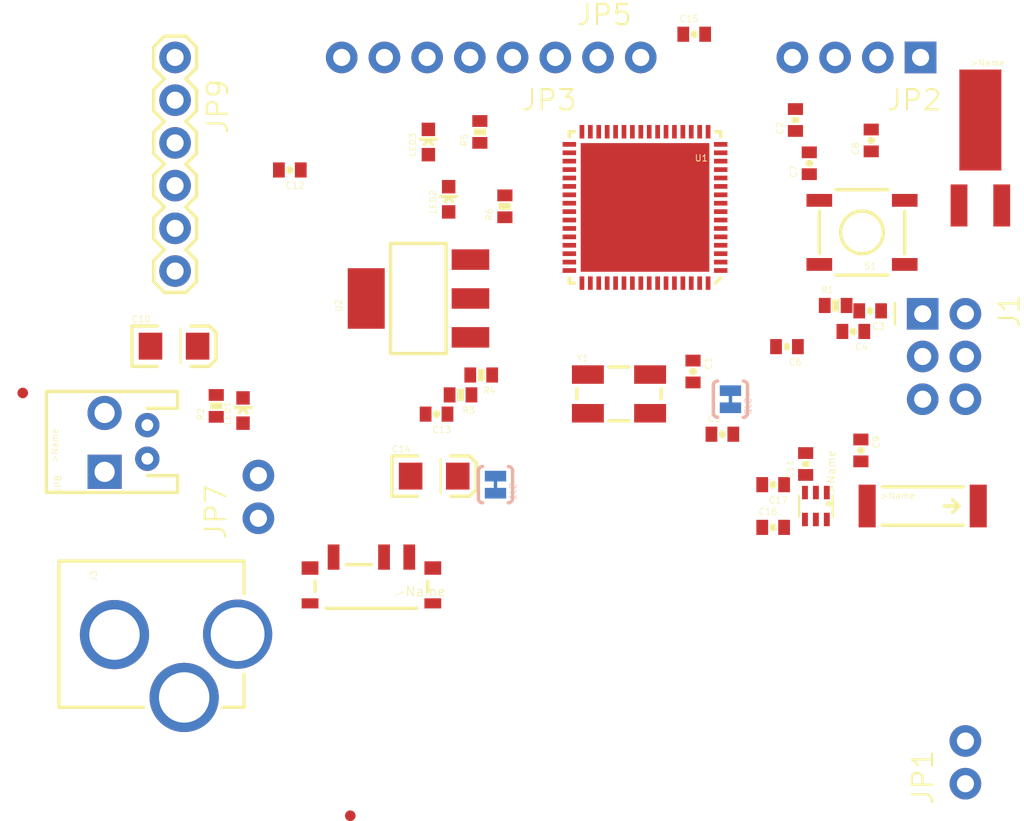
<source format=kicad_pcb>
(kicad_pcb (version 20171130) (host pcbnew "(5.1.2-1)-1")

  (general
    (thickness 1.6)
    (drawings 1)
    (tracks 0)
    (zones 0)
    (modules 48)
    (nets 65)
  )

  (page A4)
  (layers
    (0 Top signal)
    (31 Bottom signal)
    (32 B.Adhes user)
    (33 F.Adhes user)
    (34 B.Paste user)
    (35 F.Paste user)
    (36 B.SilkS user)
    (37 F.SilkS user)
    (38 B.Mask user)
    (39 F.Mask user)
    (40 Dwgs.User user)
    (41 Cmts.User user)
    (42 Eco1.User user)
    (43 Eco2.User user)
    (44 Edge.Cuts user)
    (45 Margin user)
    (46 B.CrtYd user)
    (47 F.CrtYd user)
    (48 B.Fab user)
    (49 F.Fab user)
  )

  (setup
    (last_trace_width 0.25)
    (trace_clearance 0.2)
    (zone_clearance 0.508)
    (zone_45_only no)
    (trace_min 0.2)
    (via_size 0.8)
    (via_drill 0.4)
    (via_min_size 0.4)
    (via_min_drill 0.3)
    (uvia_size 0.3)
    (uvia_drill 0.1)
    (uvias_allowed no)
    (uvia_min_size 0.2)
    (uvia_min_drill 0.1)
    (edge_width 0.05)
    (segment_width 0.2)
    (pcb_text_width 0.3)
    (pcb_text_size 1.5 1.5)
    (mod_edge_width 0.12)
    (mod_text_size 1 1)
    (mod_text_width 0.15)
    (pad_size 1.524 1.524)
    (pad_drill 0.762)
    (pad_to_mask_clearance 0.051)
    (solder_mask_min_width 0.25)
    (aux_axis_origin 0 0)
    (visible_elements FFFFFF7F)
    (pcbplotparams
      (layerselection 0x010fc_ffffffff)
      (usegerberextensions false)
      (usegerberattributes false)
      (usegerberadvancedattributes false)
      (creategerberjobfile false)
      (excludeedgelayer true)
      (linewidth 0.100000)
      (plotframeref false)
      (viasonmask false)
      (mode 1)
      (useauxorigin false)
      (hpglpennumber 1)
      (hpglpenspeed 20)
      (hpglpendiameter 15.000000)
      (psnegative false)
      (psa4output false)
      (plotreference true)
      (plotvalue true)
      (plotinvisibletext false)
      (padsonsilk false)
      (subtractmaskfromsilk false)
      (outputformat 1)
      (mirror false)
      (drillshape 1)
      (scaleselection 1)
      (outputdirectory ""))
  )

  (net 0 "")
  (net 1 3.3V)
  (net 2 A0)
  (net 3 A1)
  (net 4 A2)
  (net 5 A3)
  (net 6 A4)
  (net 7 A5)
  (net 8 A6)
  (net 9 A7)
  (net 10 AREF)
  (net 11 AVDD)
  (net 12 CLKI)
  (net 13 DTR)
  (net 14 DVDD)
  (net 15 FB)
  (net 16 GND)
  (net 17 MISO)
  (net 18 MOSI)
  (net 19 N$10)
  (net 20 N$11)
  (net 21 N$13)
  (net 22 N$2)
  (net 23 N$3)
  (net 24 N$4)
  (net 25 N$5)
  (net 26 N$6)
  (net 27 N$7)
  (net 28 N$8)
  (net 29 N$9)
  (net 30 PB4)
  (net 31 PB5)
  (net 32 PB6)
  (net 33 PB7)
  (net 34 PD4)
  (net 35 PD5)
  (net 36 PD6)
  (net 37 PD7)
  (net 38 PE2)
  (net 39 PE3)
  (net 40 PE4)
  (net 41 PE5)
  (net 42 PE6)
  (net 43 PE7)
  (net 44 PG0)
  (net 45 PG1)
  (net 46 PG2)
  (net 47 PG5)
  (net 48 RESET)
  (net 49 RFANT)
  (net 50 RFN)
  (net 51 RFP)
  (net 52 RSTON)
  (net 53 RX0)
  (net 54 RX1)
  (net 55 S$1)
  (net 56 S$2)
  (net 57 SCK)
  (net 58 SCL)
  (net 59 SDA)
  (net 60 SSN)
  (net 61 TST)
  (net 62 TX0)
  (net 63 TX1)
  (net 64 VCC)

  (net_class Default "This is the default net class."
    (clearance 0.2)
    (trace_width 0.25)
    (via_dia 0.8)
    (via_drill 0.4)
    (uvia_dia 0.3)
    (uvia_drill 0.1)
    (add_net 3.3V)
    (add_net A0)
    (add_net A1)
    (add_net A2)
    (add_net A3)
    (add_net A4)
    (add_net A5)
    (add_net A6)
    (add_net A7)
    (add_net AREF)
    (add_net AVDD)
    (add_net CLKI)
    (add_net DTR)
    (add_net DVDD)
    (add_net FB)
    (add_net GND)
    (add_net MISO)
    (add_net MOSI)
    (add_net N$10)
    (add_net N$11)
    (add_net N$13)
    (add_net N$2)
    (add_net N$3)
    (add_net N$4)
    (add_net N$5)
    (add_net N$6)
    (add_net N$7)
    (add_net N$8)
    (add_net N$9)
    (add_net PB4)
    (add_net PB5)
    (add_net PB6)
    (add_net PB7)
    (add_net PD4)
    (add_net PD5)
    (add_net PD6)
    (add_net PD7)
    (add_net PE2)
    (add_net PE3)
    (add_net PE4)
    (add_net PE5)
    (add_net PE6)
    (add_net PE7)
    (add_net PG0)
    (add_net PG1)
    (add_net PG2)
    (add_net PG5)
    (add_net RESET)
    (add_net RFANT)
    (add_net RFN)
    (add_net RFP)
    (add_net RSTON)
    (add_net RX0)
    (add_net RX1)
    (add_net S$1)
    (add_net S$2)
    (add_net SCK)
    (add_net SCL)
    (add_net SDA)
    (add_net SSN)
    (add_net TST)
    (add_net TX0)
    (add_net TX1)
    (add_net VCC)
  )

  (module poop.bm3:ANTENNA-CHIP5 (layer Top) (tedit 0) (tstamp 5DB91858)
    (at 200.5711 85.9536)
    (fp_text reference A1 (at 0 0) (layer F.SilkS) hide
      (effects (font (size 0.38608 0.38608) (thickness 0.030886)) (justify left bottom))
    )
    (fp_text value ANTENNA2SMD5 (at 0 0) (layer F.SilkS) hide
      (effects (font (size 0.38608 0.38608) (thickness 0.030886)) (justify left bottom))
    )
    (fp_line (start 2.159 0) (end 1.778 -0.381) (layer F.SilkS) (width 0.2032))
    (fp_line (start 2.159 0) (end 1.778 0.381) (layer F.SilkS) (width 0.2032))
    (fp_line (start 1.27 0) (end 2.159 0) (layer F.SilkS) (width 0.2032))
    (fp_text user AF (at 0.508 -0.127) (layer F.Fab)
      (effects (font (size 0.77216 0.77216) (thickness 0.065024)) (justify left bottom))
    )
    (fp_text user >Name (at -2.54 -0.381) (layer F.SilkS)
      (effects (font (size 0.38608 0.38608) (thickness 0.032512)) (justify left bottom))
    )
    (fp_text user >Value (at -2.54 0.762) (layer F.Fab)
      (effects (font (size 0.38608 0.38608) (thickness 0.032512)) (justify left bottom))
    )
    (fp_line (start -2.413 -1.143) (end 2.413 -1.143) (layer F.SilkS) (width 0.2032))
    (fp_line (start -2.413 1.143) (end 2.413 1.143) (layer F.SilkS) (width 0.2032))
    (pad NC smd rect (at 3.302 0 180) (size 1.016 2.54) (layers Top F.Paste F.Mask)
      (solder_mask_margin 0.1016))
    (pad FEED smd rect (at -3.302 0 180) (size 1.016 2.54) (layers Top F.Paste F.Mask)
      (net 49 RFANT) (solder_mask_margin 0.1016))
  )

  (module poop.bm3:BALUN (layer Top) (tedit 0) (tstamp 5DB91865)
    (at 194.2211 85.9536 180)
    (fp_text reference B1 (at 0 0 180) (layer F.SilkS) hide
      (effects (font (size 1.27 1.27) (thickness 0.15)) (justify right top))
    )
    (fp_text value 748421245 (at 0 0 180) (layer F.SilkS) hide
      (effects (font (size 1.27 1.27) (thickness 0.15)) (justify right top))
    )
    (fp_text user >Value (at 1.6 0.7 270) (layer F.Fab)
      (effects (font (size 0.4826 0.4826) (thickness 0.04064)) (justify left bottom))
    )
    (fp_line (start 1 -0.625) (end 1 0.625) (layer F.SilkS) (width 0.127))
    (fp_line (start 1 -0.625) (end -1 -0.625) (layer F.Fab) (width 0.127))
    (fp_line (start 1 0.625) (end 1 -0.625) (layer F.Fab) (width 0.127))
    (fp_text user >Name (at -1.2 0.7 270) (layer F.SilkS)
      (effects (font (size 0.4826 0.4826) (thickness 0.04064)) (justify left bottom))
    )
    (fp_line (start -1 -0.625) (end -1 0.625) (layer F.SilkS) (width 0.127))
    (fp_line (start -1 -0.625) (end -1 0.625) (layer F.Fab) (width 0.127))
    (fp_line (start -1 0.625) (end 1 0.625) (layer F.Fab) (width 0.127))
    (fp_circle (center -0.76 0.13) (end -0.7153 0.13) (layer F.SilkS) (width 0.127))
    (pad 6 smd rect (at -0.65 -0.8 180) (size 0.35 0.8) (layers Top F.Paste F.Mask)
      (solder_mask_margin 0.1016))
    (pad 5 smd rect (at 0 -0.8 180) (size 0.35 0.8) (layers Top F.Paste F.Mask)
      (net 16 GND) (solder_mask_margin 0.1016))
    (pad 4 smd rect (at 0.65 -0.8 180) (size 0.35 0.8) (layers Top F.Paste F.Mask)
      (net 19 N$10) (solder_mask_margin 0.1016))
    (pad 3 smd rect (at 0.65 0.8 180) (size 0.35 0.8) (layers Top F.Paste F.Mask)
      (net 20 N$11) (solder_mask_margin 0.1016))
    (pad 2 smd rect (at 0 0.8 180) (size 0.35 0.8) (layers Top F.Paste F.Mask)
      (net 27 N$7) (solder_mask_margin 0.1016))
    (pad 1 smd rect (at -0.65 0.8 180) (size 0.35 0.8) (layers Top F.Paste F.Mask)
      (net 49 RFANT) (solder_mask_margin 0.1016))
  )

  (module poop.bm3:EIA3216 (layer Top) (tedit 0) (tstamp 5DB91877)
    (at 156.05948 76.4489)
    (fp_text reference C10 (at -2.54 -1.381) (layer F.SilkS)
      (effects (font (size 0.38608 0.38608) (thickness 0.032512)) (justify left bottom))
    )
    (fp_text value 10uF (at 0.408 -1.332) (layer F.Fab)
      (effects (font (size 0.38608 0.38608) (thickness 0.032512)) (justify left bottom))
    )
    (fp_line (start 2.5 -0.8) (end 2.1 -1.2) (layer F.SilkS) (width 0.2032))
    (fp_line (start 2.5 0.8) (end 2.5 -0.8) (layer F.SilkS) (width 0.2032))
    (fp_line (start 2.1 -1.2) (end 1 -1.2) (layer F.SilkS) (width 0.2032))
    (fp_line (start 2.1 1.2) (end 2.5 0.8) (layer F.SilkS) (width 0.2032))
    (fp_line (start 1 1.2) (end 2.1 1.2) (layer F.SilkS) (width 0.2032))
    (fp_line (start 0.381 -1.016) (end 0.381 1.016) (layer F.SilkS) (width 0.127))
    (fp_line (start -2.5 -1.2) (end -1 -1.2) (layer F.SilkS) (width 0.2032))
    (fp_line (start -2.5 1.2) (end -2.5 -1.2) (layer F.SilkS) (width 0.2032))
    (fp_line (start -1 1.2) (end -2.5 1.2) (layer F.SilkS) (width 0.2032))
    (pad C smd rect (at -1.4 0 90) (size 1.6 1.4) (layers Top F.Paste F.Mask)
      (net 16 GND) (solder_mask_margin 0.1016))
    (pad A smd rect (at 1.4 0 90) (size 1.6 1.4) (layers Top F.Paste F.Mask)
      (net 1 3.3V) (solder_mask_margin 0.1016))
  )

  (module poop.bm3:0402-CAP (layer Top) (tedit 0) (tstamp 5DB91885)
    (at 193.6126 83.4551 90)
    (descr "<b>CAPACITOR</b><p>\nchip")
    (fp_text reference C11 (at -0.889 -0.6985 90) (layer F.SilkS)
      (effects (font (size 0.38608 0.38608) (thickness 0.032512)) (justify left bottom))
    )
    (fp_text value 22pF (at -1.0795 1.143 90) (layer F.Fab)
      (effects (font (size 0.38608 0.38608) (thickness 0.032512)) (justify left bottom))
    )
    (fp_line (start 1.473 -0.483) (end 1.473 0.483) (layer Dwgs.User) (width 0.0508))
    (fp_line (start 1.473 0.483) (end -1.473 0.483) (layer Dwgs.User) (width 0.0508))
    (fp_poly (pts (xy 0.2588 0.3048) (xy 0.5588 0.3048) (xy 0.5588 -0.2951) (xy 0.2588 -0.2951)) (layer F.Fab) (width 0))
    (fp_line (start 0.245 0.224) (end -0.245 0.224) (layer F.Fab) (width 0.1524))
    (fp_line (start 0 -0.0305) (end 0 0.0305) (layer F.SilkS) (width 0.4064))
    (fp_line (start -1.473 -0.483) (end 1.473 -0.483) (layer Dwgs.User) (width 0.0508))
    (fp_line (start -1.473 0.483) (end -1.473 -0.483) (layer Dwgs.User) (width 0.0508))
    (fp_poly (pts (xy -0.554 0.3048) (xy -0.254 0.3048) (xy -0.254 -0.2951) (xy -0.554 -0.2951)) (layer F.Fab) (width 0))
    (fp_line (start -0.245 -0.224) (end 0.245 -0.224) (layer F.Fab) (width 0.1524))
    (fp_poly (pts (xy -0.1999 0.3) (xy 0.1999 0.3) (xy 0.1999 -0.3) (xy -0.1999 -0.3)) (layer F.Adhes) (width 0))
    (pad 2 smd rect (at 0.65 0 90) (size 0.7 0.9) (layers Top F.Paste F.Mask)
      (net 16 GND) (solder_mask_margin 0.1016))
    (pad 1 smd rect (at -0.65 0 90) (size 0.7 0.9) (layers Top F.Paste F.Mask)
      (net 27 N$7) (solder_mask_margin 0.1016))
  )

  (module poop.bm3:0402-CAP (layer Top) (tedit 0) (tstamp 5DB91894)
    (at 162.9433 65.9737 180)
    (descr "<b>CAPACITOR</b><p>\nchip")
    (fp_text reference C12 (at -0.889 -0.6985 180) (layer F.SilkS)
      (effects (font (size 0.38608 0.38608) (thickness 0.032512)) (justify right top))
    )
    (fp_text value 1uF (at -1.0795 1.143 180) (layer F.Fab)
      (effects (font (size 0.38608 0.38608) (thickness 0.032512)) (justify right top))
    )
    (fp_line (start 1.473 -0.483) (end 1.473 0.483) (layer Dwgs.User) (width 0.0508))
    (fp_line (start 1.473 0.483) (end -1.473 0.483) (layer Dwgs.User) (width 0.0508))
    (fp_poly (pts (xy 0.2588 0.3048) (xy 0.5588 0.3048) (xy 0.5588 -0.2951) (xy 0.2588 -0.2951)) (layer F.Fab) (width 0))
    (fp_line (start 0.245 0.224) (end -0.245 0.224) (layer F.Fab) (width 0.1524))
    (fp_line (start 0 -0.0305) (end 0 0.0305) (layer F.SilkS) (width 0.4064))
    (fp_line (start -1.473 -0.483) (end 1.473 -0.483) (layer Dwgs.User) (width 0.0508))
    (fp_line (start -1.473 0.483) (end -1.473 -0.483) (layer Dwgs.User) (width 0.0508))
    (fp_poly (pts (xy -0.554 0.3048) (xy -0.254 0.3048) (xy -0.254 -0.2951) (xy -0.554 -0.2951)) (layer F.Fab) (width 0))
    (fp_line (start -0.245 -0.224) (end 0.245 -0.224) (layer F.Fab) (width 0.1524))
    (fp_poly (pts (xy -0.1999 0.3) (xy 0.1999 0.3) (xy 0.1999 -0.3) (xy -0.1999 -0.3)) (layer F.Adhes) (width 0))
    (pad 2 smd rect (at 0.65 0 180) (size 0.7 0.9) (layers Top F.Paste F.Mask)
      (net 16 GND) (solder_mask_margin 0.1016))
    (pad 1 smd rect (at -0.65 0 180) (size 0.7 0.9) (layers Top F.Paste F.Mask)
      (net 1 3.3V) (solder_mask_margin 0.1016))
  )

  (module poop.bm3:0402-CAP (layer Top) (tedit 0) (tstamp 5DB918A3)
    (at 171.6666 80.4902 180)
    (descr "<b>CAPACITOR</b><p>\nchip")
    (fp_text reference C13 (at -0.889 -0.6985 180) (layer F.SilkS)
      (effects (font (size 0.38608 0.38608) (thickness 0.032512)) (justify right top))
    )
    (fp_text value 0.1uF (at -1.0795 1.143 180) (layer F.Fab)
      (effects (font (size 0.38608 0.38608) (thickness 0.032512)) (justify right top))
    )
    (fp_line (start 1.473 -0.483) (end 1.473 0.483) (layer Dwgs.User) (width 0.0508))
    (fp_line (start 1.473 0.483) (end -1.473 0.483) (layer Dwgs.User) (width 0.0508))
    (fp_poly (pts (xy 0.2588 0.3048) (xy 0.5588 0.3048) (xy 0.5588 -0.2951) (xy 0.2588 -0.2951)) (layer F.Fab) (width 0))
    (fp_line (start 0.245 0.224) (end -0.245 0.224) (layer F.Fab) (width 0.1524))
    (fp_line (start 0 -0.0305) (end 0 0.0305) (layer F.SilkS) (width 0.4064))
    (fp_line (start -1.473 -0.483) (end 1.473 -0.483) (layer Dwgs.User) (width 0.0508))
    (fp_line (start -1.473 0.483) (end -1.473 -0.483) (layer Dwgs.User) (width 0.0508))
    (fp_poly (pts (xy -0.554 0.3048) (xy -0.254 0.3048) (xy -0.254 -0.2951) (xy -0.554 -0.2951)) (layer F.Fab) (width 0))
    (fp_line (start -0.245 -0.224) (end 0.245 -0.224) (layer F.Fab) (width 0.1524))
    (fp_poly (pts (xy -0.1999 0.3) (xy 0.1999 0.3) (xy 0.1999 -0.3) (xy -0.1999 -0.3)) (layer F.Adhes) (width 0))
    (pad 2 smd rect (at 0.65 0 180) (size 0.7 0.9) (layers Top F.Paste F.Mask)
      (net 16 GND) (solder_mask_margin 0.1016))
    (pad 1 smd rect (at -0.65 0 180) (size 0.7 0.9) (layers Top F.Paste F.Mask)
      (net 64 VCC) (solder_mask_margin 0.1016))
  )

  (module poop.bm3:EIA3216 (layer Top) (tedit 0) (tstamp 5DB918B2)
    (at 171.5273 84.1758)
    (fp_text reference C14 (at -2.54 -1.381) (layer F.SilkS)
      (effects (font (size 0.38608 0.38608) (thickness 0.032512)) (justify left bottom))
    )
    (fp_text value 10uF (at 0.408 -1.332) (layer F.Fab)
      (effects (font (size 0.38608 0.38608) (thickness 0.032512)) (justify left bottom))
    )
    (fp_line (start 2.5 -0.8) (end 2.1 -1.2) (layer F.SilkS) (width 0.2032))
    (fp_line (start 2.5 0.8) (end 2.5 -0.8) (layer F.SilkS) (width 0.2032))
    (fp_line (start 2.1 -1.2) (end 1 -1.2) (layer F.SilkS) (width 0.2032))
    (fp_line (start 2.1 1.2) (end 2.5 0.8) (layer F.SilkS) (width 0.2032))
    (fp_line (start 1 1.2) (end 2.1 1.2) (layer F.SilkS) (width 0.2032))
    (fp_line (start 0.381 -1.016) (end 0.381 1.016) (layer F.SilkS) (width 0.127))
    (fp_line (start -2.5 -1.2) (end -1 -1.2) (layer F.SilkS) (width 0.2032))
    (fp_line (start -2.5 1.2) (end -2.5 -1.2) (layer F.SilkS) (width 0.2032))
    (fp_line (start -1 1.2) (end -2.5 1.2) (layer F.SilkS) (width 0.2032))
    (pad C smd rect (at -1.4 0 90) (size 1.6 1.4) (layers Top F.Paste F.Mask)
      (net 16 GND) (solder_mask_margin 0.1016))
    (pad A smd rect (at 1.4 0 90) (size 1.6 1.4) (layers Top F.Paste F.Mask)
      (net 64 VCC) (solder_mask_margin 0.1016))
  )

  (module poop.bm3:0402-CAP (layer Top) (tedit 0) (tstamp 5DB918C0)
    (at 186.9866 57.9036)
    (descr "<b>CAPACITOR</b><p>\nchip")
    (fp_text reference C15 (at -0.889 -0.6985) (layer F.SilkS)
      (effects (font (size 0.38608 0.38608) (thickness 0.032512)) (justify left bottom))
    )
    (fp_text value 0.1uF (at -1.0795 1.143) (layer F.Fab)
      (effects (font (size 0.38608 0.38608) (thickness 0.032512)) (justify left bottom))
    )
    (fp_line (start 1.473 -0.483) (end 1.473 0.483) (layer Dwgs.User) (width 0.0508))
    (fp_line (start 1.473 0.483) (end -1.473 0.483) (layer Dwgs.User) (width 0.0508))
    (fp_poly (pts (xy 0.2588 0.3048) (xy 0.5588 0.3048) (xy 0.5588 -0.2951) (xy 0.2588 -0.2951)) (layer F.Fab) (width 0))
    (fp_line (start 0.245 0.224) (end -0.245 0.224) (layer F.Fab) (width 0.1524))
    (fp_line (start 0 -0.0305) (end 0 0.0305) (layer F.SilkS) (width 0.4064))
    (fp_line (start -1.473 -0.483) (end 1.473 -0.483) (layer Dwgs.User) (width 0.0508))
    (fp_line (start -1.473 0.483) (end -1.473 -0.483) (layer Dwgs.User) (width 0.0508))
    (fp_poly (pts (xy -0.554 0.3048) (xy -0.254 0.3048) (xy -0.254 -0.2951) (xy -0.554 -0.2951)) (layer F.Fab) (width 0))
    (fp_line (start -0.245 -0.224) (end 0.245 -0.224) (layer F.Fab) (width 0.1524))
    (fp_poly (pts (xy -0.1999 0.3) (xy 0.1999 0.3) (xy 0.1999 -0.3) (xy -0.1999 -0.3)) (layer F.Adhes) (width 0))
    (pad 2 smd rect (at 0.65 0) (size 0.7 0.9) (layers Top F.Paste F.Mask)
      (net 48 RESET) (solder_mask_margin 0.1016))
    (pad 1 smd rect (at -0.65 0) (size 0.7 0.9) (layers Top F.Paste F.Mask)
      (net 13 DTR) (solder_mask_margin 0.1016))
  )

  (module poop.bm3:0402-CAP (layer Top) (tedit 0) (tstamp 5DB918CF)
    (at 191.6811 87.2236)
    (descr "<b>CAPACITOR</b><p>\nchip")
    (fp_text reference C16 (at -0.889 -0.6985) (layer F.SilkS)
      (effects (font (size 0.38608 0.38608) (thickness 0.032512)) (justify left bottom))
    )
    (fp_text value JUMP (at -1.0795 1.143) (layer F.Fab)
      (effects (font (size 0.38608 0.38608) (thickness 0.032512)) (justify left bottom))
    )
    (fp_line (start 1.473 -0.483) (end 1.473 0.483) (layer Dwgs.User) (width 0.0508))
    (fp_line (start 1.473 0.483) (end -1.473 0.483) (layer Dwgs.User) (width 0.0508))
    (fp_poly (pts (xy 0.2588 0.3048) (xy 0.5588 0.3048) (xy 0.5588 -0.2951) (xy 0.2588 -0.2951)) (layer F.Fab) (width 0))
    (fp_line (start 0.245 0.224) (end -0.245 0.224) (layer F.Fab) (width 0.1524))
    (fp_line (start 0 -0.0305) (end 0 0.0305) (layer F.SilkS) (width 0.4064))
    (fp_line (start -1.473 -0.483) (end 1.473 -0.483) (layer Dwgs.User) (width 0.0508))
    (fp_line (start -1.473 0.483) (end -1.473 -0.483) (layer Dwgs.User) (width 0.0508))
    (fp_poly (pts (xy -0.554 0.3048) (xy -0.254 0.3048) (xy -0.254 -0.2951) (xy -0.554 -0.2951)) (layer F.Fab) (width 0))
    (fp_line (start -0.245 -0.224) (end 0.245 -0.224) (layer F.Fab) (width 0.1524))
    (fp_poly (pts (xy -0.1999 0.3) (xy 0.1999 0.3) (xy 0.1999 -0.3) (xy -0.1999 -0.3)) (layer F.Adhes) (width 0))
    (pad 2 smd rect (at 0.65 0) (size 0.7 0.9) (layers Top F.Paste F.Mask)
      (net 19 N$10) (solder_mask_margin 0.1016))
    (pad 1 smd rect (at -0.65 0) (size 0.7 0.9) (layers Top F.Paste F.Mask)
      (net 51 RFP) (solder_mask_margin 0.1016))
  )

  (module poop.bm3:0402-CAP (layer Top) (tedit 0) (tstamp 5DB918DE)
    (at 191.6811 84.6836 180)
    (descr "<b>CAPACITOR</b><p>\nchip")
    (fp_text reference C17 (at -0.889 -0.6985 180) (layer F.SilkS)
      (effects (font (size 0.38608 0.38608) (thickness 0.032512)) (justify right top))
    )
    (fp_text value JUMP (at -1.0795 1.143 180) (layer F.Fab)
      (effects (font (size 0.38608 0.38608) (thickness 0.032512)) (justify right top))
    )
    (fp_line (start 1.473 -0.483) (end 1.473 0.483) (layer Dwgs.User) (width 0.0508))
    (fp_line (start 1.473 0.483) (end -1.473 0.483) (layer Dwgs.User) (width 0.0508))
    (fp_poly (pts (xy 0.2588 0.3048) (xy 0.5588 0.3048) (xy 0.5588 -0.2951) (xy 0.2588 -0.2951)) (layer F.Fab) (width 0))
    (fp_line (start 0.245 0.224) (end -0.245 0.224) (layer F.Fab) (width 0.1524))
    (fp_line (start 0 -0.0305) (end 0 0.0305) (layer F.SilkS) (width 0.4064))
    (fp_line (start -1.473 -0.483) (end 1.473 -0.483) (layer Dwgs.User) (width 0.0508))
    (fp_line (start -1.473 0.483) (end -1.473 -0.483) (layer Dwgs.User) (width 0.0508))
    (fp_poly (pts (xy -0.554 0.3048) (xy -0.254 0.3048) (xy -0.254 -0.2951) (xy -0.554 -0.2951)) (layer F.Fab) (width 0))
    (fp_line (start -0.245 -0.224) (end 0.245 -0.224) (layer F.Fab) (width 0.1524))
    (fp_poly (pts (xy -0.1999 0.3) (xy 0.1999 0.3) (xy 0.1999 -0.3) (xy -0.1999 -0.3)) (layer F.Adhes) (width 0))
    (pad 2 smd rect (at 0.65 0 180) (size 0.7 0.9) (layers Top F.Paste F.Mask)
      (net 50 RFN) (solder_mask_margin 0.1016))
    (pad 1 smd rect (at -0.65 0 180) (size 0.7 0.9) (layers Top F.Paste F.Mask)
      (net 20 N$11) (solder_mask_margin 0.1016))
  )

  (module poop.bm3:0402-CAP (layer Top) (tedit 0) (tstamp 5DB918ED)
    (at 186.9163 77.9559 270)
    (descr "<b>CAPACITOR</b><p>\nchip")
    (fp_text reference C1 (at -0.889 -0.6985 270) (layer F.SilkS)
      (effects (font (size 0.38608 0.38608) (thickness 0.032512)) (justify right top))
    )
    (fp_text value 1uF (at -1.0795 1.143 270) (layer F.Fab)
      (effects (font (size 0.38608 0.38608) (thickness 0.032512)) (justify right top))
    )
    (fp_line (start 1.473 -0.483) (end 1.473 0.483) (layer Dwgs.User) (width 0.0508))
    (fp_line (start 1.473 0.483) (end -1.473 0.483) (layer Dwgs.User) (width 0.0508))
    (fp_poly (pts (xy 0.2588 0.3048) (xy 0.5588 0.3048) (xy 0.5588 -0.2951) (xy 0.2588 -0.2951)) (layer F.Fab) (width 0))
    (fp_line (start 0.245 0.224) (end -0.245 0.224) (layer F.Fab) (width 0.1524))
    (fp_line (start 0 -0.0305) (end 0 0.0305) (layer F.SilkS) (width 0.4064))
    (fp_line (start -1.473 -0.483) (end 1.473 -0.483) (layer Dwgs.User) (width 0.0508))
    (fp_line (start -1.473 0.483) (end -1.473 -0.483) (layer Dwgs.User) (width 0.0508))
    (fp_poly (pts (xy -0.554 0.3048) (xy -0.254 0.3048) (xy -0.254 -0.2951) (xy -0.554 -0.2951)) (layer F.Fab) (width 0))
    (fp_line (start -0.245 -0.224) (end 0.245 -0.224) (layer F.Fab) (width 0.1524))
    (fp_poly (pts (xy -0.1999 0.3) (xy 0.1999 0.3) (xy 0.1999 -0.3) (xy -0.1999 -0.3)) (layer F.Adhes) (width 0))
    (pad 2 smd rect (at 0.65 0 270) (size 0.7 0.9) (layers Top F.Paste F.Mask)
      (net 16 GND) (solder_mask_margin 0.1016))
    (pad 1 smd rect (at -0.65 0 270) (size 0.7 0.9) (layers Top F.Paste F.Mask)
      (net 11 AVDD) (solder_mask_margin 0.1016))
  )

  (module poop.bm3:0402-CAP (layer Top) (tedit 0) (tstamp 5DB918FC)
    (at 193.0053 63.0028 90)
    (descr "<b>CAPACITOR</b><p>\nchip")
    (fp_text reference C2 (at -0.889 -0.6985 90) (layer F.SilkS)
      (effects (font (size 0.38608 0.38608) (thickness 0.032512)) (justify left bottom))
    )
    (fp_text value 1uF (at -1.0795 1.143 90) (layer F.Fab)
      (effects (font (size 0.38608 0.38608) (thickness 0.032512)) (justify left bottom))
    )
    (fp_line (start 1.473 -0.483) (end 1.473 0.483) (layer Dwgs.User) (width 0.0508))
    (fp_line (start 1.473 0.483) (end -1.473 0.483) (layer Dwgs.User) (width 0.0508))
    (fp_poly (pts (xy 0.2588 0.3048) (xy 0.5588 0.3048) (xy 0.5588 -0.2951) (xy 0.2588 -0.2951)) (layer F.Fab) (width 0))
    (fp_line (start 0.245 0.224) (end -0.245 0.224) (layer F.Fab) (width 0.1524))
    (fp_line (start 0 -0.0305) (end 0 0.0305) (layer F.SilkS) (width 0.4064))
    (fp_line (start -1.473 -0.483) (end 1.473 -0.483) (layer Dwgs.User) (width 0.0508))
    (fp_line (start -1.473 0.483) (end -1.473 -0.483) (layer Dwgs.User) (width 0.0508))
    (fp_poly (pts (xy -0.554 0.3048) (xy -0.254 0.3048) (xy -0.254 -0.2951) (xy -0.554 -0.2951)) (layer F.Fab) (width 0))
    (fp_line (start -0.245 -0.224) (end 0.245 -0.224) (layer F.Fab) (width 0.1524))
    (fp_poly (pts (xy -0.1999 0.3) (xy 0.1999 0.3) (xy 0.1999 -0.3) (xy -0.1999 -0.3)) (layer F.Adhes) (width 0))
    (pad 2 smd rect (at 0.65 0 90) (size 0.7 0.9) (layers Top F.Paste F.Mask)
      (net 16 GND) (solder_mask_margin 0.1016))
    (pad 1 smd rect (at -0.65 0 90) (size 0.7 0.9) (layers Top F.Paste F.Mask)
      (net 14 DVDD) (solder_mask_margin 0.1016))
  )

  (module poop.bm3:0402-CAP (layer Top) (tedit 0) (tstamp 5DB9190B)
    (at 197.4481 74.3488 180)
    (descr "<b>CAPACITOR</b><p>\nchip")
    (fp_text reference C3 (at -0.889 -0.6985 180) (layer F.SilkS)
      (effects (font (size 0.38608 0.38608) (thickness 0.032512)) (justify right top))
    )
    (fp_text value 1uF (at -1.0795 1.143 180) (layer F.Fab)
      (effects (font (size 0.38608 0.38608) (thickness 0.032512)) (justify right top))
    )
    (fp_line (start 1.473 -0.483) (end 1.473 0.483) (layer Dwgs.User) (width 0.0508))
    (fp_line (start 1.473 0.483) (end -1.473 0.483) (layer Dwgs.User) (width 0.0508))
    (fp_poly (pts (xy 0.2588 0.3048) (xy 0.5588 0.3048) (xy 0.5588 -0.2951) (xy 0.2588 -0.2951)) (layer F.Fab) (width 0))
    (fp_line (start 0.245 0.224) (end -0.245 0.224) (layer F.Fab) (width 0.1524))
    (fp_line (start 0 -0.0305) (end 0 0.0305) (layer F.SilkS) (width 0.4064))
    (fp_line (start -1.473 -0.483) (end 1.473 -0.483) (layer Dwgs.User) (width 0.0508))
    (fp_line (start -1.473 0.483) (end -1.473 -0.483) (layer Dwgs.User) (width 0.0508))
    (fp_poly (pts (xy -0.554 0.3048) (xy -0.254 0.3048) (xy -0.254 -0.2951) (xy -0.554 -0.2951)) (layer F.Fab) (width 0))
    (fp_line (start -0.245 -0.224) (end 0.245 -0.224) (layer F.Fab) (width 0.1524))
    (fp_poly (pts (xy -0.1999 0.3) (xy 0.1999 0.3) (xy 0.1999 -0.3) (xy -0.1999 -0.3)) (layer F.Adhes) (width 0))
    (pad 2 smd rect (at 0.65 0 180) (size 0.7 0.9) (layers Top F.Paste F.Mask)
      (net 16 GND) (solder_mask_margin 0.1016))
    (pad 1 smd rect (at -0.65 0 180) (size 0.7 0.9) (layers Top F.Paste F.Mask)
      (net 1 3.3V) (solder_mask_margin 0.1016))
  )

  (module poop.bm3:0402-CAP (layer Top) (tedit 0) (tstamp 5DB9191A)
    (at 196.4482 75.5739 180)
    (descr "<b>CAPACITOR</b><p>\nchip")
    (fp_text reference C4 (at -0.889 -0.6985 180) (layer F.SilkS)
      (effects (font (size 0.38608 0.38608) (thickness 0.032512)) (justify right top))
    )
    (fp_text value 1uF (at -1.0795 1.143 180) (layer F.Fab)
      (effects (font (size 0.38608 0.38608) (thickness 0.032512)) (justify right top))
    )
    (fp_line (start 1.473 -0.483) (end 1.473 0.483) (layer Dwgs.User) (width 0.0508))
    (fp_line (start 1.473 0.483) (end -1.473 0.483) (layer Dwgs.User) (width 0.0508))
    (fp_poly (pts (xy 0.2588 0.3048) (xy 0.5588 0.3048) (xy 0.5588 -0.2951) (xy 0.2588 -0.2951)) (layer F.Fab) (width 0))
    (fp_line (start 0.245 0.224) (end -0.245 0.224) (layer F.Fab) (width 0.1524))
    (fp_line (start 0 -0.0305) (end 0 0.0305) (layer F.SilkS) (width 0.4064))
    (fp_line (start -1.473 -0.483) (end 1.473 -0.483) (layer Dwgs.User) (width 0.0508))
    (fp_line (start -1.473 0.483) (end -1.473 -0.483) (layer Dwgs.User) (width 0.0508))
    (fp_poly (pts (xy -0.554 0.3048) (xy -0.254 0.3048) (xy -0.254 -0.2951) (xy -0.554 -0.2951)) (layer F.Fab) (width 0))
    (fp_line (start -0.245 -0.224) (end 0.245 -0.224) (layer F.Fab) (width 0.1524))
    (fp_poly (pts (xy -0.1999 0.3) (xy 0.1999 0.3) (xy 0.1999 -0.3) (xy -0.1999 -0.3)) (layer F.Adhes) (width 0))
    (pad 2 smd rect (at 0.65 0 180) (size 0.7 0.9) (layers Top F.Paste F.Mask)
      (net 16 GND) (solder_mask_margin 0.1016))
    (pad 1 smd rect (at -0.65 0 180) (size 0.7 0.9) (layers Top F.Paste F.Mask)
      (net 1 3.3V) (solder_mask_margin 0.1016))
  )

  (module poop.bm3:0402-CAP (layer Top) (tedit 0) (tstamp 5DB91929)
    (at 188.6611 81.6842)
    (descr "<b>CAPACITOR</b><p>\nchip")
    (fp_text reference C5 (at -0.889 -0.6985) (layer F.SilkS)
      (effects (font (size 0.38608 0.38608) (thickness 0.032512)) (justify left bottom))
    )
    (fp_text value 12pF (at -1.0795 1.143) (layer F.Fab)
      (effects (font (size 0.38608 0.38608) (thickness 0.032512)) (justify left bottom))
    )
    (fp_line (start 1.473 -0.483) (end 1.473 0.483) (layer Dwgs.User) (width 0.0508))
    (fp_line (start 1.473 0.483) (end -1.473 0.483) (layer Dwgs.User) (width 0.0508))
    (fp_poly (pts (xy 0.2588 0.3048) (xy 0.5588 0.3048) (xy 0.5588 -0.2951) (xy 0.2588 -0.2951)) (layer F.Fab) (width 0))
    (fp_line (start 0.245 0.224) (end -0.245 0.224) (layer F.Fab) (width 0.1524))
    (fp_line (start 0 -0.0305) (end 0 0.0305) (layer F.SilkS) (width 0.4064))
    (fp_line (start -1.473 -0.483) (end 1.473 -0.483) (layer Dwgs.User) (width 0.0508))
    (fp_line (start -1.473 0.483) (end -1.473 -0.483) (layer Dwgs.User) (width 0.0508))
    (fp_poly (pts (xy -0.554 0.3048) (xy -0.254 0.3048) (xy -0.254 -0.2951) (xy -0.554 -0.2951)) (layer F.Fab) (width 0))
    (fp_line (start -0.245 -0.224) (end 0.245 -0.224) (layer F.Fab) (width 0.1524))
    (fp_poly (pts (xy -0.1999 0.3) (xy 0.1999 0.3) (xy 0.1999 -0.3) (xy -0.1999 -0.3)) (layer F.Adhes) (width 0))
    (pad 2 smd rect (at 0.65 0) (size 0.7 0.9) (layers Top F.Paste F.Mask)
      (net 16 GND) (solder_mask_margin 0.1016))
    (pad 1 smd rect (at -0.65 0) (size 0.7 0.9) (layers Top F.Paste F.Mask)
      (net 23 N$3) (solder_mask_margin 0.1016))
  )

  (module poop.bm3:0402-CAP (layer Top) (tedit 0) (tstamp 5DB91938)
    (at 192.5015 76.4767 180)
    (descr "<b>CAPACITOR</b><p>\nchip")
    (fp_text reference C6 (at -0.889 -0.6985 180) (layer F.SilkS)
      (effects (font (size 0.38608 0.38608) (thickness 0.032512)) (justify right top))
    )
    (fp_text value 12pF (at -1.0795 1.143 180) (layer F.Fab)
      (effects (font (size 0.38608 0.38608) (thickness 0.032512)) (justify right top))
    )
    (fp_line (start 1.473 -0.483) (end 1.473 0.483) (layer Dwgs.User) (width 0.0508))
    (fp_line (start 1.473 0.483) (end -1.473 0.483) (layer Dwgs.User) (width 0.0508))
    (fp_poly (pts (xy 0.2588 0.3048) (xy 0.5588 0.3048) (xy 0.5588 -0.2951) (xy 0.2588 -0.2951)) (layer F.Fab) (width 0))
    (fp_line (start 0.245 0.224) (end -0.245 0.224) (layer F.Fab) (width 0.1524))
    (fp_line (start 0 -0.0305) (end 0 0.0305) (layer F.SilkS) (width 0.4064))
    (fp_line (start -1.473 -0.483) (end 1.473 -0.483) (layer Dwgs.User) (width 0.0508))
    (fp_line (start -1.473 0.483) (end -1.473 -0.483) (layer Dwgs.User) (width 0.0508))
    (fp_poly (pts (xy -0.554 0.3048) (xy -0.254 0.3048) (xy -0.254 -0.2951) (xy -0.554 -0.2951)) (layer F.Fab) (width 0))
    (fp_line (start -0.245 -0.224) (end 0.245 -0.224) (layer F.Fab) (width 0.1524))
    (fp_poly (pts (xy -0.1999 0.3) (xy 0.1999 0.3) (xy 0.1999 -0.3) (xy -0.1999 -0.3)) (layer F.Adhes) (width 0))
    (pad 2 smd rect (at 0.65 0 180) (size 0.7 0.9) (layers Top F.Paste F.Mask)
      (net 16 GND) (solder_mask_margin 0.1016))
    (pad 1 smd rect (at -0.65 0 180) (size 0.7 0.9) (layers Top F.Paste F.Mask)
      (net 24 N$4) (solder_mask_margin 0.1016))
  )

  (module poop.bm3:0402-CAP (layer Top) (tedit 0) (tstamp 5DB91947)
    (at 193.8286 65.574 90)
    (descr "<b>CAPACITOR</b><p>\nchip")
    (fp_text reference C7 (at -0.889 -0.6985 90) (layer F.SilkS)
      (effects (font (size 0.38608 0.38608) (thickness 0.032512)) (justify left bottom))
    )
    (fp_text value 12pF (at -1.0795 1.143 90) (layer F.Fab)
      (effects (font (size 0.38608 0.38608) (thickness 0.032512)) (justify left bottom))
    )
    (fp_line (start 1.473 -0.483) (end 1.473 0.483) (layer Dwgs.User) (width 0.0508))
    (fp_line (start 1.473 0.483) (end -1.473 0.483) (layer Dwgs.User) (width 0.0508))
    (fp_poly (pts (xy 0.2588 0.3048) (xy 0.5588 0.3048) (xy 0.5588 -0.2951) (xy 0.2588 -0.2951)) (layer F.Fab) (width 0))
    (fp_line (start 0.245 0.224) (end -0.245 0.224) (layer F.Fab) (width 0.1524))
    (fp_line (start 0 -0.0305) (end 0 0.0305) (layer F.SilkS) (width 0.4064))
    (fp_line (start -1.473 -0.483) (end 1.473 -0.483) (layer Dwgs.User) (width 0.0508))
    (fp_line (start -1.473 0.483) (end -1.473 -0.483) (layer Dwgs.User) (width 0.0508))
    (fp_poly (pts (xy -0.554 0.3048) (xy -0.254 0.3048) (xy -0.254 -0.2951) (xy -0.554 -0.2951)) (layer F.Fab) (width 0))
    (fp_line (start -0.245 -0.224) (end 0.245 -0.224) (layer F.Fab) (width 0.1524))
    (fp_poly (pts (xy -0.1999 0.3) (xy 0.1999 0.3) (xy 0.1999 -0.3) (xy -0.1999 -0.3)) (layer F.Adhes) (width 0))
    (pad 2 smd rect (at 0.65 0 90) (size 0.7 0.9) (layers Top F.Paste F.Mask)
      (net 16 GND) (solder_mask_margin 0.1016))
    (pad 1 smd rect (at -0.65 0 90) (size 0.7 0.9) (layers Top F.Paste F.Mask)
      (net 25 N$5) (solder_mask_margin 0.1016))
  )

  (module poop.bm3:0402-CAP (layer Top) (tedit 0) (tstamp 5DB91956)
    (at 197.5116 64.2176 90)
    (descr "<b>CAPACITOR</b><p>\nchip")
    (fp_text reference C8 (at -0.889 -0.6985 90) (layer F.SilkS)
      (effects (font (size 0.38608 0.38608) (thickness 0.032512)) (justify left bottom))
    )
    (fp_text value 12pF (at -1.0795 1.143 90) (layer F.Fab)
      (effects (font (size 0.38608 0.38608) (thickness 0.032512)) (justify left bottom))
    )
    (fp_line (start 1.473 -0.483) (end 1.473 0.483) (layer Dwgs.User) (width 0.0508))
    (fp_line (start 1.473 0.483) (end -1.473 0.483) (layer Dwgs.User) (width 0.0508))
    (fp_poly (pts (xy 0.2588 0.3048) (xy 0.5588 0.3048) (xy 0.5588 -0.2951) (xy 0.2588 -0.2951)) (layer F.Fab) (width 0))
    (fp_line (start 0.245 0.224) (end -0.245 0.224) (layer F.Fab) (width 0.1524))
    (fp_line (start 0 -0.0305) (end 0 0.0305) (layer F.SilkS) (width 0.4064))
    (fp_line (start -1.473 -0.483) (end 1.473 -0.483) (layer Dwgs.User) (width 0.0508))
    (fp_line (start -1.473 0.483) (end -1.473 -0.483) (layer Dwgs.User) (width 0.0508))
    (fp_poly (pts (xy -0.554 0.3048) (xy -0.254 0.3048) (xy -0.254 -0.2951) (xy -0.554 -0.2951)) (layer F.Fab) (width 0))
    (fp_line (start -0.245 -0.224) (end 0.245 -0.224) (layer F.Fab) (width 0.1524))
    (fp_poly (pts (xy -0.1999 0.3) (xy 0.1999 0.3) (xy 0.1999 -0.3) (xy -0.1999 -0.3)) (layer F.Adhes) (width 0))
    (pad 2 smd rect (at 0.65 0 90) (size 0.7 0.9) (layers Top F.Paste F.Mask)
      (net 16 GND) (solder_mask_margin 0.1016))
    (pad 1 smd rect (at -0.65 0 90) (size 0.7 0.9) (layers Top F.Paste F.Mask)
      (net 26 N$6) (solder_mask_margin 0.1016))
  )

  (module poop.bm3:0402-CAP (layer Top) (tedit 0) (tstamp 5DB91965)
    (at 196.8953 82.6484 270)
    (descr "<b>CAPACITOR</b><p>\nchip")
    (fp_text reference C9 (at -0.889 -0.6985 270) (layer F.SilkS)
      (effects (font (size 0.38608 0.38608) (thickness 0.032512)) (justify right top))
    )
    (fp_text value 0.75pF (at -1.0795 1.143 270) (layer F.Fab)
      (effects (font (size 0.38608 0.38608) (thickness 0.032512)) (justify right top))
    )
    (fp_line (start 1.473 -0.483) (end 1.473 0.483) (layer Dwgs.User) (width 0.0508))
    (fp_line (start 1.473 0.483) (end -1.473 0.483) (layer Dwgs.User) (width 0.0508))
    (fp_poly (pts (xy 0.2588 0.3048) (xy 0.5588 0.3048) (xy 0.5588 -0.2951) (xy 0.2588 -0.2951)) (layer F.Fab) (width 0))
    (fp_line (start 0.245 0.224) (end -0.245 0.224) (layer F.Fab) (width 0.1524))
    (fp_line (start 0 -0.0305) (end 0 0.0305) (layer F.SilkS) (width 0.4064))
    (fp_line (start -1.473 -0.483) (end 1.473 -0.483) (layer Dwgs.User) (width 0.0508))
    (fp_line (start -1.473 0.483) (end -1.473 -0.483) (layer Dwgs.User) (width 0.0508))
    (fp_poly (pts (xy -0.554 0.3048) (xy -0.254 0.3048) (xy -0.254 -0.2951) (xy -0.554 -0.2951)) (layer F.Fab) (width 0))
    (fp_line (start -0.245 -0.224) (end 0.245 -0.224) (layer F.Fab) (width 0.1524))
    (fp_poly (pts (xy -0.1999 0.3) (xy 0.1999 0.3) (xy 0.1999 -0.3) (xy -0.1999 -0.3)) (layer F.Adhes) (width 0))
    (pad 2 smd rect (at 0.65 0 270) (size 0.7 0.9) (layers Top F.Paste F.Mask)
      (net 49 RFANT) (solder_mask_margin 0.1016))
    (pad 1 smd rect (at -0.65 0 270) (size 0.7 0.9) (layers Top F.Paste F.Mask)
      (net 16 GND) (solder_mask_margin 0.1016))
  )

  (module poop.bm3:MICRO-FIDUCIAL (layer Top) (tedit 0) (tstamp 5DB91974)
    (at 147.06342 79.233)
    (fp_text reference FID1 (at 0 0) (layer F.SilkS) hide
      (effects (font (size 1.27 1.27) (thickness 0.15)))
    )
    (fp_text value FIDUCIALUFIDUCIAL (at 0 0) (layer F.SilkS) hide
      (effects (font (size 1.27 1.27) (thickness 0.15)))
    )
    (pad 1 smd roundrect (at 0 0) (size 0.635 0.635) (layers Top F.Mask) (roundrect_rratio 0.5)
      (solder_mask_margin 0.1016))
  )

  (module poop.bm3:MICRO-FIDUCIAL (layer Top) (tedit 0) (tstamp 5DB91978)
    (at 166.537 104.3686)
    (fp_text reference FID2 (at 0 0) (layer F.SilkS) hide
      (effects (font (size 1.27 1.27) (thickness 0.15)))
    )
    (fp_text value FIDUCIALUFIDUCIAL (at 0 0) (layer F.SilkS) hide
      (effects (font (size 1.27 1.27) (thickness 0.15)))
    )
    (pad 1 smd roundrect (at 0 0) (size 0.635 0.635) (layers Top F.Mask) (roundrect_rratio 0.5)
      (solder_mask_margin 0.1016))
  )

  (module poop.bm3:2X3-NS (layer Top) (tedit 0) (tstamp 5DB9197C)
    (at 201.8411 77.0636 270)
    (fp_text reference J1 (at -3.81 -3.175 270) (layer F.SilkS)
      (effects (font (size 1.2065 1.2065) (thickness 0.127)) (justify right top))
    )
    (fp_text value ISP (at -3.81 4.445 270) (layer F.Fab)
      (effects (font (size 1.2065 1.2065) (thickness 0.1016)) (justify right top))
    )
    (fp_line (start 3.81 -1.905) (end 3.81 1.905) (layer F.Fab) (width 0.2032))
    (fp_line (start 3.175 -2.54) (end 3.81 -1.905) (layer F.Fab) (width 0.2032))
    (fp_line (start 3.175 2.54) (end 3.81 1.905) (layer F.Fab) (width 0.2032))
    (fp_poly (pts (xy 2.286 -1.016) (xy 2.794 -1.016) (xy 2.794 -1.524) (xy 2.286 -1.524)) (layer F.Fab) (width 0))
    (fp_poly (pts (xy 2.286 1.524) (xy 2.794 1.524) (xy 2.794 1.016) (xy 2.286 1.016)) (layer F.Fab) (width 0))
    (fp_line (start 1.905 -2.54) (end 3.175 -2.54) (layer F.Fab) (width 0.2032))
    (fp_line (start 1.905 2.54) (end 3.175 2.54) (layer F.Fab) (width 0.2032))
    (fp_line (start 1.27 -1.905) (end 1.905 -2.54) (layer F.Fab) (width 0.2032))
    (fp_line (start 1.27 -1.905) (end 1.27 1.905) (layer F.Fab) (width 0.2032))
    (fp_line (start 1.27 1.905) (end 1.905 2.54) (layer F.Fab) (width 0.2032))
    (fp_line (start 0.635 -2.54) (end 1.27 -1.905) (layer F.Fab) (width 0.2032))
    (fp_line (start 0.635 2.54) (end 1.27 1.905) (layer F.Fab) (width 0.2032))
    (fp_line (start -3.81 -1.905) (end -3.175 -2.54) (layer F.Fab) (width 0.2032))
    (fp_line (start -3.81 1.905) (end -3.81 -1.905) (layer F.Fab) (width 0.2032))
    (fp_line (start -3.81 1.905) (end -3.175 2.54) (layer F.Fab) (width 0.2032))
    (fp_line (start -3.175 -2.54) (end -1.905 -2.54) (layer F.Fab) (width 0.2032))
    (fp_line (start -3.175 2.54) (end -1.905 2.54) (layer F.Fab) (width 0.2032))
    (fp_poly (pts (xy -2.794 -1.016) (xy -2.286 -1.016) (xy -2.286 -1.524) (xy -2.794 -1.524)) (layer F.Fab) (width 0))
    (fp_poly (pts (xy -2.794 1.524) (xy -2.286 1.524) (xy -2.286 1.016) (xy -2.794 1.016)) (layer F.Fab) (width 0))
    (fp_line (start -1.905 -2.54) (end -1.27 -1.905) (layer F.Fab) (width 0.2032))
    (fp_line (start -1.905 2.875) (end -3.175 2.875) (layer F.Fab) (width 0.2032))
    (fp_line (start -1.905 2.54) (end -1.27 1.905) (layer F.Fab) (width 0.2032))
    (fp_line (start -1.27 -1.905) (end -1.27 1.905) (layer F.Fab) (width 0.2032))
    (fp_line (start -1.27 -1.905) (end -0.635 -2.54) (layer F.Fab) (width 0.2032))
    (fp_line (start -1.27 1.905) (end -0.635 2.54) (layer F.Fab) (width 0.2032))
    (fp_line (start -0.635 -2.54) (end 0.635 -2.54) (layer F.Fab) (width 0.2032))
    (fp_line (start -0.635 2.54) (end 0.635 2.54) (layer F.Fab) (width 0.2032))
    (fp_poly (pts (xy -0.254 -1.016) (xy 0.254 -1.016) (xy 0.254 -1.524) (xy -0.254 -1.524)) (layer F.Fab) (width 0))
    (fp_poly (pts (xy -0.254 1.524) (xy 0.254 1.524) (xy 0.254 1.016) (xy -0.254 1.016)) (layer F.Fab) (width 0))
    (pad 6 thru_hole circle (at 2.54 -1.27 270) (size 1.8796 1.8796) (drill 1.016) (layers *.Cu *.Mask)
      (net 16 GND) (solder_mask_margin 0.1016))
    (pad 5 thru_hole circle (at 2.54 1.27 270) (size 1.8796 1.8796) (drill 1.016) (layers *.Cu *.Mask)
      (net 48 RESET) (solder_mask_margin 0.1016))
    (pad 4 thru_hole circle (at 0 -1.27 270) (size 1.8796 1.8796) (drill 1.016) (layers *.Cu *.Mask)
      (net 18 MOSI) (solder_mask_margin 0.1016))
    (pad 3 thru_hole circle (at 0 1.27 270) (size 1.8796 1.8796) (drill 1.016) (layers *.Cu *.Mask)
      (net 57 SCK) (solder_mask_margin 0.1016))
    (pad 2 thru_hole circle (at -2.54 -1.27 270) (size 1.8796 1.8796) (drill 1.016) (layers *.Cu *.Mask)
      (net 1 3.3V) (solder_mask_margin 0.1016))
    (pad 1 thru_hole rect (at -2.54 1.27 270) (size 1.8796 1.8796) (drill 1.016) (layers *.Cu *.Mask)
      (net 55 S$1) (solder_mask_margin 0.1016))
  )

  (module poop.bm3:POWER_JACK_PTH_LOCK (layer Top) (tedit 0) (tstamp 5DB919A2)
    (at 145.9611 93.5736 270)
    (fp_text reference J3 (at -3.81 -5.08 270) (layer F.SilkS)
      (effects (font (size 0.38608 0.38608) (thickness 0.032512)) (justify right top))
    )
    (fp_text value POWER_JACKPTH_LOCK (at -3.81 -3.81 270) (layer F.Fab)
      (effects (font (size 0.38608 0.38608) (thickness 0.032512)) (justify right top))
    )
    (fp_poly (pts (xy 4.7498 -11.9126) (xy 4.4704 -11.9126) (xy 4.4704 -9.4742) (xy 4.7498 -9.4742)) (layer F.Fab) (width 0))
    (fp_line (start 4.3476 -3.254) (end 4.3476 -8.3) (layer F.SilkS) (width 0.2032))
    (fp_line (start 4.3476 -14.2588) (end 4.3476 -13) (layer F.SilkS) (width 0.2032))
    (fp_line (start 4.3476 -14.2588) (end 2.4 -14.2588) (layer F.SilkS) (width 0.2032))
    (fp_line (start 4.3476 -0.1) (end 4.3476 -3.2794) (layer F.Fab) (width 0.2032))
    (fp_line (start 4.3476 -0.1) (end -4.3476 -0.1) (layer F.Fab) (width 0.2032))
    (fp_line (start -4.3476 -3.2794) (end -4.3476 -0.1) (layer F.Fab) (width 0.2032))
    (fp_line (start -4.3476 -3.254) (end 4.3476 -3.254) (layer F.SilkS) (width 0.2032))
    (fp_line (start -4.3476 -3.254) (end -4.3476 -14.2588) (layer F.SilkS) (width 0.2032))
    (fp_line (start -4.3476 -14.2588) (end -2.4 -14.2588) (layer F.SilkS) (width 0.2032))
    (fp_poly (pts (xy 1.4732 -13.4112) (xy 1.4732 -13.8684) (xy -1.4478 -13.8684) (xy -1.4478 -13.4112)) (layer F.Fab) (width 0))
    (fp_poly (pts (xy 1.2192 -7.3914) (xy 1.2192 -7.6708) (xy -1.2192 -7.6708) (xy -1.2192 -7.3914)) (layer F.Fab) (width 0))
    (pad PWR thru_hole circle (at 0 -13.8778 270) (size 4.1148 4.1148) (drill 3.2) (layers *.Cu *.Mask)
      (net 29 N$9) (solder_mask_margin 0.1016))
    (pad GNDBREAK thru_hole circle (at 3.7616 -10.7) (size 4.1148 4.1148) (drill 2.9972) (layers *.Cu *.Mask)
      (net 16 GND) (solder_mask_margin 0.1016))
    (pad GND thru_hole circle (at 0.0254 -6.557 270) (size 4.1148 4.1148) (drill 2.9972) (layers *.Cu *.Mask)
      (net 16 GND) (solder_mask_margin 0.1016))
  )

  (module poop.bm3:1X02_NO_SILK (layer Top) (tedit 0) (tstamp 5DB919B4)
    (at 203.1111 102.4636 90)
    (fp_text reference JP1 (at -1.3462 -1.8288 90) (layer F.SilkS)
      (effects (font (size 1.2065 1.2065) (thickness 0.127)) (justify left bottom))
    )
    (fp_text value "" (at -1.27 3.175 90) (layer F.Fab)
      (effects (font (size 1.2065 1.2065) (thickness 0.1016)) (justify left bottom))
    )
    (fp_poly (pts (xy 2.286 0.254) (xy 2.794 0.254) (xy 2.794 -0.254) (xy 2.286 -0.254)) (layer F.Fab) (width 0))
    (fp_poly (pts (xy -0.254 0.254) (xy 0.254 0.254) (xy 0.254 -0.254) (xy -0.254 -0.254)) (layer F.Fab) (width 0))
    (pad 2 thru_hole circle (at 2.54 0 180) (size 1.8796 1.8796) (drill 1.016) (layers *.Cu *.Mask)
      (net 9 A7) (solder_mask_margin 0.1016))
    (pad 1 thru_hole circle (at 0 0 180) (size 1.8796 1.8796) (drill 1.016) (layers *.Cu *.Mask)
      (net 8 A6) (solder_mask_margin 0.1016))
  )

  (module poop.bm3:1X04_NO_SILK (layer Top) (tedit 0) (tstamp 5DB919BB)
    (at 200.4441 59.2836 180)
    (fp_text reference JP2 (at -1.3462 -1.8288 180) (layer F.SilkS)
      (effects (font (size 1.2065 1.2065) (thickness 0.127)) (justify right top))
    )
    (fp_text value "" (at -1.27 3.175 180) (layer F.Fab)
      (effects (font (size 1.2065 1.2065) (thickness 0.1016)) (justify right top))
    )
    (fp_poly (pts (xy 7.366 0.254) (xy 7.874 0.254) (xy 7.874 -0.254) (xy 7.366 -0.254)) (layer F.Fab) (width 0))
    (fp_poly (pts (xy 4.826 0.254) (xy 5.334 0.254) (xy 5.334 -0.254) (xy 4.826 -0.254)) (layer F.Fab) (width 0))
    (fp_poly (pts (xy 2.286 0.254) (xy 2.794 0.254) (xy 2.794 -0.254) (xy 2.286 -0.254)) (layer F.Fab) (width 0))
    (fp_poly (pts (xy -0.254 0.254) (xy 0.254 0.254) (xy 0.254 -0.254) (xy -0.254 -0.254)) (layer F.Fab) (width 0))
    (pad 4 thru_hole circle (at 7.62 0 270) (size 1.8796 1.8796) (drill 1.016) (layers *.Cu *.Mask)
      (net 47 PG5) (solder_mask_margin 0.1016))
    (pad 3 thru_hole circle (at 5.08 0 270) (size 1.8796 1.8796) (drill 1.016) (layers *.Cu *.Mask)
      (net 46 PG2) (solder_mask_margin 0.1016))
    (pad 2 thru_hole circle (at 2.54 0 270) (size 1.8796 1.8796) (drill 1.016) (layers *.Cu *.Mask)
      (net 45 PG1) (solder_mask_margin 0.1016))
    (pad 1 thru_hole rect (at 0 0 270) (size 1.8796 1.8796) (drill 1.016) (layers *.Cu *.Mask)
      (net 44 PG0) (solder_mask_margin 0.1016))
  )

  (module poop.bm3:1X06_NS (layer Top) (tedit 0) (tstamp 5DB919C6)
    (at 178.7271 59.2836 180)
    (fp_text reference JP3 (at -1.3462 -1.8288 180) (layer F.SilkS)
      (effects (font (size 1.2065 1.2065) (thickness 0.127)) (justify right top))
    )
    (fp_text value "" (at -1.27 3.175 180) (layer F.Fab)
      (effects (font (size 1.2065 1.2065) (thickness 0.1016)) (justify right top))
    )
    (fp_poly (pts (xy 9.906 0.254) (xy 10.414 0.254) (xy 10.414 -0.254) (xy 9.906 -0.254)) (layer F.Fab) (width 0))
    (fp_poly (pts (xy 7.366 0.254) (xy 7.874 0.254) (xy 7.874 -0.254) (xy 7.366 -0.254)) (layer F.Fab) (width 0))
    (fp_poly (pts (xy 4.826 0.254) (xy 5.334 0.254) (xy 5.334 -0.254) (xy 4.826 -0.254)) (layer F.Fab) (width 0))
    (fp_poly (pts (xy 2.286 0.254) (xy 2.794 0.254) (xy 2.794 -0.254) (xy 2.286 -0.254)) (layer F.Fab) (width 0))
    (fp_poly (pts (xy 12.446 0.254) (xy 12.954 0.254) (xy 12.954 -0.254) (xy 12.446 -0.254)) (layer F.Fab) (width 0))
    (fp_poly (pts (xy -0.254 0.254) (xy 0.254 0.254) (xy 0.254 -0.254) (xy -0.254 -0.254)) (layer F.Fab) (width 0))
    (pad 6 thru_hole circle (at 12.7 0 270) (size 1.8796 1.8796) (drill 1.016) (layers *.Cu *.Mask)
      (net 37 PD7) (solder_mask_margin 0.1016))
    (pad 5 thru_hole circle (at 10.16 0 270) (size 1.8796 1.8796) (drill 1.016) (layers *.Cu *.Mask)
      (net 36 PD6) (solder_mask_margin 0.1016))
    (pad 4 thru_hole circle (at 7.62 0 270) (size 1.8796 1.8796) (drill 1.016) (layers *.Cu *.Mask)
      (net 35 PD5) (solder_mask_margin 0.1016))
    (pad 3 thru_hole circle (at 5.08 0 270) (size 1.8796 1.8796) (drill 1.016) (layers *.Cu *.Mask)
      (net 34 PD4) (solder_mask_margin 0.1016))
    (pad 2 thru_hole circle (at 2.54 0 270) (size 1.8796 1.8796) (drill 1.016) (layers *.Cu *.Mask)
      (net 63 TX1) (solder_mask_margin 0.1016))
    (pad 1 thru_hole circle (at 0 0 270) (size 1.8796 1.8796) (drill 1.016) (layers *.Cu *.Mask)
      (net 54 RX1) (solder_mask_margin 0.1016))
  )

  (module poop.bm3:1X02_NO_SILK (layer Top) (tedit 0) (tstamp 5DB919D5)
    (at 181.2671 59.2836)
    (fp_text reference JP5 (at -1.3462 -1.8288) (layer F.SilkS)
      (effects (font (size 1.2065 1.2065) (thickness 0.127)) (justify left bottom))
    )
    (fp_text value "" (at -1.27 3.175) (layer F.Fab)
      (effects (font (size 1.2065 1.2065) (thickness 0.1016)) (justify left bottom))
    )
    (fp_poly (pts (xy 2.286 0.254) (xy 2.794 0.254) (xy 2.794 -0.254) (xy 2.286 -0.254)) (layer F.Fab) (width 0))
    (fp_poly (pts (xy -0.254 0.254) (xy 0.254 0.254) (xy 0.254 -0.254) (xy -0.254 -0.254)) (layer F.Fab) (width 0))
    (pad 2 thru_hole circle (at 2.54 0 90) (size 1.8796 1.8796) (drill 1.016) (layers *.Cu *.Mask)
      (net 61 TST) (solder_mask_margin 0.1016))
    (pad 1 thru_hole circle (at 0 0 90) (size 1.8796 1.8796) (drill 1.016) (layers *.Cu *.Mask)
      (net 12 CLKI) (solder_mask_margin 0.1016))
  )

  (module poop.bm3:JST-2-PTH (layer Top) (tedit 0) (tstamp 5DB919DC)
    (at 154.4701 82.1436 90)
    (fp_text reference JP6 (at 0 0 90) (layer F.SilkS) hide
      (effects (font (size 1.27 1.27) (thickness 0.15)))
    )
    (fp_text value "" (at 0 0 90) (layer F.SilkS) hide
      (effects (font (size 1.27 1.27) (thickness 0.15)))
    )
    (fp_line (start 3 -6) (end 3 1.8) (layer F.SilkS) (width 0.2032))
    (fp_line (start 3 1.8) (end 2 1.8) (layer F.SilkS) (width 0.2032))
    (fp_line (start 2 1.8) (end 2 0) (layer F.SilkS) (width 0.2032))
    (fp_text user + (at 0.6 -0.7 90) (layer F.Fab)
      (effects (font (size 1.2065 1.2065) (thickness 0.1016)) (justify left bottom))
    )
    (fp_line (start -3 -6) (end 3 -6) (layer F.SilkS) (width 0.2032))
    (fp_line (start -3 1.8) (end -3 -6) (layer F.SilkS) (width 0.2032))
    (fp_line (start -2 0) (end -2 1.8) (layer F.SilkS) (width 0.2032))
    (fp_line (start -2 1.8) (end -3 1.8) (layer F.SilkS) (width 0.2032))
    (fp_text user - (at -1.4 -0.7 90) (layer F.Fab)
      (effects (font (size 1.2065 1.2065) (thickness 0.1016)) (justify left bottom))
    )
    (fp_text user >Name (at -1.27 -5.27 90) (layer F.SilkS)
      (effects (font (size 0.38608 0.38608) (thickness 0.032512)) (justify left bottom))
    )
    (fp_text user >Value (at -1.27 -4 90) (layer F.Fab)
      (effects (font (size 0.38608 0.38608) (thickness 0.032512)) (justify left bottom))
    )
    (pad 2 thru_hole circle (at 1 0 90) (size 1.4478 1.4478) (drill 0.7) (layers *.Cu *.Mask)
      (net 29 N$9) (solder_mask_margin 0.1016))
    (pad 1 thru_hole circle (at -1 0 90) (size 1.4478 1.4478) (drill 0.7) (layers *.Cu *.Mask)
      (net 16 GND) (solder_mask_margin 0.1016))
  )

  (module poop.bm3:1X02_NO_SILK (layer Top) (tedit 0) (tstamp 5DB919EC)
    (at 161.0749 86.6818 90)
    (fp_text reference JP7 (at -1.3462 -1.8288 90) (layer F.SilkS)
      (effects (font (size 1.2065 1.2065) (thickness 0.127)) (justify left bottom))
    )
    (fp_text value "" (at -1.27 3.175 90) (layer F.Fab)
      (effects (font (size 1.2065 1.2065) (thickness 0.1016)) (justify left bottom))
    )
    (fp_poly (pts (xy 2.286 0.254) (xy 2.794 0.254) (xy 2.794 -0.254) (xy 2.286 -0.254)) (layer F.Fab) (width 0))
    (fp_poly (pts (xy -0.254 0.254) (xy 0.254 0.254) (xy 0.254 -0.254) (xy -0.254 -0.254)) (layer F.Fab) (width 0))
    (pad 2 thru_hole circle (at 2.54 0 180) (size 1.8796 1.8796) (drill 1.016) (layers *.Cu *.Mask)
      (net 29 N$9) (solder_mask_margin 0.1016))
    (pad 1 thru_hole circle (at 0 0 180) (size 1.8796 1.8796) (drill 1.016) (layers *.Cu *.Mask)
      (net 16 GND) (solder_mask_margin 0.1016))
  )

  (module poop.bm3:SCREWTERMINAL-3.5MM-2-NS (layer Top) (tedit 0) (tstamp 5DB919F3)
    (at 151.9301 83.9216 90)
    (fp_text reference JP8 (at -1.27 -2.54 90) (layer F.SilkS)
      (effects (font (size 0.38608 0.38608) (thickness 0.032512)) (justify left bottom))
    )
    (fp_text value "" (at -1.27 -1.27 90) (layer F.Fab)
      (effects (font (size 0.38608 0.38608) (thickness 0.032512)) (justify left bottom))
    )
    (fp_line (start 5.65 -3.15) (end 5.65 -2.15) (layer F.Fab) (width 0.2032))
    (fp_line (start 5.65 -2.15) (end 5.25 -2.15) (layer F.Fab) (width 0.2032))
    (fp_line (start 5.25 -3.4) (end 5.25 2.8) (layer F.Fab) (width 0.2032))
    (fp_line (start 5.25 -3.15) (end 5.65 -3.15) (layer F.Fab) (width 0.2032))
    (fp_line (start 5.25 3.6) (end -1.75 3.6) (layer F.Fab) (width 0.2032))
    (fp_line (start 5.25 2.8) (end 5.25 3.6) (layer F.Fab) (width 0.2032))
    (fp_line (start 5.25 2.8) (end -1.75 2.8) (layer F.Fab) (width 0.2032))
    (fp_circle (center 2 -3) (end 2.2828 -3) (layer F.Fab) (width 0.127))
    (fp_line (start -2.15 2.35) (end -1.75 2.35) (layer F.Fab) (width 0.2032))
    (fp_line (start -2.15 1.35) (end -2.15 2.35) (layer F.Fab) (width 0.2032))
    (fp_line (start -1.75 -3.4) (end 5.25 -3.4) (layer F.Fab) (width 0.2032))
    (fp_line (start -1.75 3.6) (end -1.75 2.8) (layer F.Fab) (width 0.2032))
    (fp_line (start -1.75 2.8) (end -1.75 -3.4) (layer F.Fab) (width 0.2032))
    (fp_line (start -1.75 1.35) (end -2.15 1.35) (layer F.Fab) (width 0.2032))
    (pad 2 thru_hole circle (at 3.5 0 90) (size 2.032 2.032) (drill 1.2) (layers *.Cu *.Mask)
      (net 29 N$9) (solder_mask_margin 0.1016))
    (pad 1 thru_hole rect (at 0 0 90) (size 2.032 2.032) (drill 1.2) (layers *.Cu *.Mask)
      (net 16 GND) (solder_mask_margin 0.1016))
  )

  (module poop.bm3:FTDI_BASIC (layer Top) (tedit 0) (tstamp 5DB91A06)
    (at 156.1211 59.2836 270)
    (fp_text reference JP9 (at 1.1938 -1.8288 270) (layer F.SilkS)
      (effects (font (size 1.2065 1.2065) (thickness 0.127)) (justify right top))
    )
    (fp_text value FTDI (at 1.27 3.175 270) (layer F.Fab)
      (effects (font (size 1.2065 1.2065) (thickness 0.1016)) (justify right top))
    )
    (fp_poly (pts (xy 9.906 0.254) (xy 10.414 0.254) (xy 10.414 -0.254) (xy 9.906 -0.254)) (layer F.Fab) (width 0))
    (fp_line (start 9.525 -1.27) (end 10.795 -1.27) (layer F.SilkS) (width 0.2032))
    (fp_line (start 9.525 1.27) (end 8.89 0.635) (layer F.SilkS) (width 0.2032))
    (fp_line (start 8.89 -0.635) (end 9.525 -1.27) (layer F.SilkS) (width 0.2032))
    (fp_line (start 8.89 0.635) (end 8.255 1.27) (layer F.SilkS) (width 0.2032))
    (fp_line (start 8.255 -1.27) (end 8.89 -0.635) (layer F.SilkS) (width 0.2032))
    (fp_line (start 8.255 1.27) (end 6.985 1.27) (layer F.SilkS) (width 0.2032))
    (fp_poly (pts (xy 7.366 0.254) (xy 7.874 0.254) (xy 7.874 -0.254) (xy 7.366 -0.254)) (layer F.Fab) (width 0))
    (fp_line (start 6.985 -1.27) (end 8.255 -1.27) (layer F.SilkS) (width 0.2032))
    (fp_line (start 6.985 -1.27) (end 6.35 -0.635) (layer F.SilkS) (width 0.2032))
    (fp_line (start 6.35 0.635) (end 6.985 1.27) (layer F.SilkS) (width 0.2032))
    (fp_line (start 6.35 0.635) (end 5.715 1.27) (layer F.SilkS) (width 0.2032))
    (fp_line (start 5.715 -1.27) (end 6.35 -0.635) (layer F.SilkS) (width 0.2032))
    (fp_line (start 5.715 1.27) (end 4.445 1.27) (layer F.SilkS) (width 0.2032))
    (fp_poly (pts (xy 4.826 0.254) (xy 5.334 0.254) (xy 5.334 -0.254) (xy 4.826 -0.254)) (layer F.Fab) (width 0))
    (fp_line (start 4.445 -1.27) (end 5.715 -1.27) (layer F.SilkS) (width 0.2032))
    (fp_line (start 4.445 1.27) (end 3.81 0.635) (layer F.SilkS) (width 0.2032))
    (fp_line (start 3.81 -0.635) (end 4.445 -1.27) (layer F.SilkS) (width 0.2032))
    (fp_line (start 3.81 0.635) (end 3.175 1.27) (layer F.SilkS) (width 0.2032))
    (fp_line (start 3.175 -1.27) (end 3.81 -0.635) (layer F.SilkS) (width 0.2032))
    (fp_line (start 3.175 1.27) (end 1.905 1.27) (layer F.SilkS) (width 0.2032))
    (fp_poly (pts (xy 2.286 0.254) (xy 2.794 0.254) (xy 2.794 -0.254) (xy 2.286 -0.254)) (layer F.Fab) (width 0))
    (fp_line (start 13.97 -0.635) (end 13.97 0.635) (layer F.SilkS) (width 0.2032))
    (fp_line (start 13.97 0.635) (end 13.335 1.27) (layer F.SilkS) (width 0.2032))
    (fp_text user BLK (at 13.335 -1.905) (layer F.Fab)
      (effects (font (size 1.2065 1.2065) (thickness 0.1016)) (justify left bottom))
    )
    (fp_line (start 13.335 -1.27) (end 13.97 -0.635) (layer F.SilkS) (width 0.2032))
    (fp_line (start 13.335 1.27) (end 12.065 1.27) (layer F.SilkS) (width 0.2032))
    (fp_poly (pts (xy 12.446 0.254) (xy 12.954 0.254) (xy 12.954 -0.254) (xy 12.446 -0.254)) (layer F.Fab) (width 0))
    (fp_line (start 12.065 -1.27) (end 13.335 -1.27) (layer F.SilkS) (width 0.2032))
    (fp_line (start 12.065 1.27) (end 11.43 0.635) (layer F.SilkS) (width 0.2032))
    (fp_line (start 11.43 -0.635) (end 12.065 -1.27) (layer F.SilkS) (width 0.2032))
    (fp_line (start 11.43 0.635) (end 10.795 1.27) (layer F.SilkS) (width 0.2032))
    (fp_line (start 10.795 -1.27) (end 11.43 -0.635) (layer F.SilkS) (width 0.2032))
    (fp_line (start 10.795 1.27) (end 9.525 1.27) (layer F.SilkS) (width 0.2032))
    (fp_line (start 1.905 -1.27) (end 3.175 -1.27) (layer F.SilkS) (width 0.2032))
    (fp_line (start 1.905 1.27) (end 1.27 0.635) (layer F.SilkS) (width 0.2032))
    (fp_line (start 1.27 -0.635) (end 1.905 -1.27) (layer F.SilkS) (width 0.2032))
    (fp_line (start 1.27 0.635) (end 0.635 1.27) (layer F.SilkS) (width 0.2032))
    (fp_text user GRN (at 0.635 -1.905) (layer F.Fab)
      (effects (font (size 1.2065 1.2065) (thickness 0.1016)) (justify left bottom))
    )
    (fp_line (start 0.635 -1.27) (end 1.27 -0.635) (layer F.SilkS) (width 0.2032))
    (fp_line (start 0.635 1.27) (end -0.635 1.27) (layer F.SilkS) (width 0.2032))
    (fp_line (start -1.27 -0.635) (end -1.27 0.635) (layer F.SilkS) (width 0.2032))
    (fp_line (start -1.27 0.635) (end -0.635 1.27) (layer F.SilkS) (width 0.2032))
    (fp_line (start -0.635 -1.27) (end 0.635 -1.27) (layer F.SilkS) (width 0.2032))
    (fp_line (start -0.635 -1.27) (end -1.27 -0.635) (layer F.SilkS) (width 0.2032))
    (fp_poly (pts (xy -0.254 0.254) (xy 0.254 0.254) (xy 0.254 -0.254) (xy -0.254 -0.254)) (layer F.Fab) (width 0))
    (pad VCC thru_hole circle (at 7.62 0) (size 1.8796 1.8796) (drill 1.016) (layers *.Cu *.Mask)
      (net 1 3.3V) (solder_mask_margin 0.1016))
    (pad TXO thru_hole circle (at 5.08 0) (size 1.8796 1.8796) (drill 1.016) (layers *.Cu *.Mask)
      (net 53 RX0) (solder_mask_margin 0.1016))
    (pad RXI thru_hole circle (at 2.54 0) (size 1.8796 1.8796) (drill 1.016) (layers *.Cu *.Mask)
      (net 62 TX0) (solder_mask_margin 0.1016))
    (pad GND thru_hole circle (at 12.7 0) (size 1.8796 1.8796) (drill 1.016) (layers *.Cu *.Mask)
      (net 16 GND) (solder_mask_margin 0.1016))
    (pad DTR thru_hole circle (at 0 0) (size 1.8796 1.8796) (drill 1.016) (layers *.Cu *.Mask)
      (net 13 DTR) (solder_mask_margin 0.1016))
    (pad CTS thru_hole circle (at 10.16 0) (size 1.8796 1.8796) (drill 1.016) (layers *.Cu *.Mask)
      (solder_mask_margin 0.1016))
  )

  (module poop.bm3:LED-0603 (layer Top) (tedit 0) (tstamp 5DB91A3D)
    (at 160.1602 80.2771)
    (fp_text reference LED1 (at -0.6985 0.889 90) (layer F.SilkS)
      (effects (font (size 0.38608 0.38608) (thickness 0.032512)) (justify left bottom))
    )
    (fp_text value RED (at 1.0795 1.016 90) (layer F.Fab)
      (effects (font (size 0.38608 0.38608) (thickness 0.032512)) (justify left bottom))
    )
    (fp_line (start 0.46 -0.17) (end 0 -0.17) (layer F.SilkS) (width 0.2032))
    (fp_line (start 0 -0.17) (end 0.2338 0.14) (layer F.SilkS) (width 0.2032))
    (fp_line (start -0.46 -0.17) (end 0 -0.17) (layer F.SilkS) (width 0.2032))
    (fp_line (start -0.0254 -0.1546) (end -0.2184 0.14) (layer F.SilkS) (width 0.2032))
    (pad C smd rect (at 0 -0.75) (size 0.8 0.8) (layers Top F.Paste F.Mask)
      (net 16 GND) (solder_mask_margin 0.1016))
    (pad A smd rect (at 0 0.75) (size 0.8 0.8) (layers Top F.Paste F.Mask)
      (net 22 N$2) (solder_mask_margin 0.1016))
  )

  (module poop.bm3:LED-0603 (layer Top) (tedit 0) (tstamp 5DB91A46)
    (at 172.3872 67.7165)
    (fp_text reference LED2 (at -0.6985 0.889 90) (layer F.SilkS)
      (effects (font (size 0.38608 0.38608) (thickness 0.032512)) (justify left bottom))
    )
    (fp_text value GREEN (at 1.0795 1.016 90) (layer F.Fab)
      (effects (font (size 0.38608 0.38608) (thickness 0.032512)) (justify left bottom))
    )
    (fp_line (start 0.46 -0.17) (end 0 -0.17) (layer F.SilkS) (width 0.2032))
    (fp_line (start 0 -0.17) (end 0.2338 0.14) (layer F.SilkS) (width 0.2032))
    (fp_line (start -0.46 -0.17) (end 0 -0.17) (layer F.SilkS) (width 0.2032))
    (fp_line (start -0.0254 -0.1546) (end -0.2184 0.14) (layer F.SilkS) (width 0.2032))
    (pad C smd rect (at 0 -0.75) (size 0.8 0.8) (layers Top F.Paste F.Mask)
      (net 16 GND) (solder_mask_margin 0.1016))
    (pad A smd rect (at 0 0.75) (size 0.8 0.8) (layers Top F.Paste F.Mask)
      (net 21 N$13) (solder_mask_margin 0.1016))
  )

  (module poop.bm3:LED-0603 (layer Top) (tedit 0) (tstamp 5DB91A4F)
    (at 171.1813 64.312)
    (fp_text reference LED3 (at -0.6985 0.889 90) (layer F.SilkS)
      (effects (font (size 0.38608 0.38608) (thickness 0.032512)) (justify left bottom))
    )
    (fp_text value GREEN (at 1.0795 1.016 90) (layer F.Fab)
      (effects (font (size 0.38608 0.38608) (thickness 0.032512)) (justify left bottom))
    )
    (fp_line (start 0.46 -0.17) (end 0 -0.17) (layer F.SilkS) (width 0.2032))
    (fp_line (start 0 -0.17) (end 0.2338 0.14) (layer F.SilkS) (width 0.2032))
    (fp_line (start -0.46 -0.17) (end 0 -0.17) (layer F.SilkS) (width 0.2032))
    (fp_line (start -0.0254 -0.1546) (end -0.2184 0.14) (layer F.SilkS) (width 0.2032))
    (pad C smd rect (at 0 -0.75) (size 0.8 0.8) (layers Top F.Paste F.Mask)
      (net 16 GND) (solder_mask_margin 0.1016))
    (pad A smd rect (at 0 0.75) (size 0.8 0.8) (layers Top F.Paste F.Mask)
      (net 28 N$8) (solder_mask_margin 0.1016))
  )

  (module poop.bm3:0402-RES (layer Top) (tedit 0) (tstamp 5DB91A58)
    (at 195.3977 74.0294)
    (descr "<b>CAPACITOR</b><p>\nchip")
    (fp_text reference R1 (at -0.889 -0.6985) (layer F.SilkS)
      (effects (font (size 0.38608 0.38608) (thickness 0.032512)) (justify left bottom))
    )
    (fp_text value 10k (at -1.0795 1.143) (layer F.Fab)
      (effects (font (size 0.38608 0.38608) (thickness 0.032512)) (justify left bottom))
    )
    (fp_line (start 1.473 -0.483) (end 1.473 0.483) (layer Dwgs.User) (width 0.0508))
    (fp_line (start 1.473 0.483) (end -1.473 0.483) (layer Dwgs.User) (width 0.0508))
    (fp_poly (pts (xy 0.2588 0.3048) (xy 0.5588 0.3048) (xy 0.5588 -0.2951) (xy 0.2588 -0.2951)) (layer F.Fab) (width 0))
    (fp_line (start 0.245 0.224) (end -0.245 0.224) (layer F.Fab) (width 0.1524))
    (fp_line (start -1.473 -0.483) (end 1.473 -0.483) (layer Dwgs.User) (width 0.0508))
    (fp_line (start -1.473 0.483) (end -1.473 -0.483) (layer Dwgs.User) (width 0.0508))
    (fp_poly (pts (xy -0.554 0.3048) (xy -0.254 0.3048) (xy -0.254 -0.2951) (xy -0.554 -0.2951)) (layer F.Fab) (width 0))
    (fp_line (start -0.245 -0.224) (end 0.245 -0.224) (layer F.Fab) (width 0.1524))
    (fp_poly (pts (xy -0.2032 0.3556) (xy 0.2032 0.3556) (xy 0.2032 -0.3556) (xy -0.2032 -0.3556)) (layer F.SilkS) (width 0))
    (fp_poly (pts (xy -0.1999 0.3) (xy 0.1999 0.3) (xy 0.1999 -0.3) (xy -0.1999 -0.3)) (layer F.Adhes) (width 0))
    (pad 2 smd rect (at 0.65 0) (size 0.7 0.9) (layers Top F.Paste F.Mask)
      (net 1 3.3V) (solder_mask_margin 0.1016))
    (pad 1 smd rect (at -0.65 0) (size 0.7 0.9) (layers Top F.Paste F.Mask)
      (net 48 RESET) (solder_mask_margin 0.1016))
  )

  (module poop.bm3:0402-RES (layer Top) (tedit 0) (tstamp 5DB91A67)
    (at 158.56864 80.0003 90)
    (descr "<b>CAPACITOR</b><p>\nchip")
    (fp_text reference R2 (at -0.889 -0.6985 90) (layer F.SilkS)
      (effects (font (size 0.38608 0.38608) (thickness 0.032512)) (justify left bottom))
    )
    (fp_text value 1k (at -1.0795 1.143 90) (layer F.Fab)
      (effects (font (size 0.38608 0.38608) (thickness 0.032512)) (justify left bottom))
    )
    (fp_line (start 1.473 -0.483) (end 1.473 0.483) (layer Dwgs.User) (width 0.0508))
    (fp_line (start 1.473 0.483) (end -1.473 0.483) (layer Dwgs.User) (width 0.0508))
    (fp_poly (pts (xy 0.2588 0.3048) (xy 0.5588 0.3048) (xy 0.5588 -0.2951) (xy 0.2588 -0.2951)) (layer F.Fab) (width 0))
    (fp_line (start 0.245 0.224) (end -0.245 0.224) (layer F.Fab) (width 0.1524))
    (fp_line (start -1.473 -0.483) (end 1.473 -0.483) (layer Dwgs.User) (width 0.0508))
    (fp_line (start -1.473 0.483) (end -1.473 -0.483) (layer Dwgs.User) (width 0.0508))
    (fp_poly (pts (xy -0.554 0.3048) (xy -0.254 0.3048) (xy -0.254 -0.2951) (xy -0.554 -0.2951)) (layer F.Fab) (width 0))
    (fp_line (start -0.245 -0.224) (end 0.245 -0.224) (layer F.Fab) (width 0.1524))
    (fp_poly (pts (xy -0.2032 0.3556) (xy 0.2032 0.3556) (xy 0.2032 -0.3556) (xy -0.2032 -0.3556)) (layer F.SilkS) (width 0))
    (fp_poly (pts (xy -0.1999 0.3) (xy 0.1999 0.3) (xy 0.1999 -0.3) (xy -0.1999 -0.3)) (layer F.Adhes) (width 0))
    (pad 2 smd rect (at 0.65 0 90) (size 0.7 0.9) (layers Top F.Paste F.Mask)
      (net 1 3.3V) (solder_mask_margin 0.1016))
    (pad 1 smd rect (at -0.65 0 90) (size 0.7 0.9) (layers Top F.Paste F.Mask)
      (net 22 N$2) (solder_mask_margin 0.1016))
  )

  (module poop.bm3:0402-RES (layer Top) (tedit 0) (tstamp 5DB91A76)
    (at 173.093 79.3457 180)
    (descr "<b>CAPACITOR</b><p>\nchip")
    (fp_text reference R3 (at -0.889 -0.6985 180) (layer F.SilkS)
      (effects (font (size 0.38608 0.38608) (thickness 0.032512)) (justify right top))
    )
    (fp_text value 240 (at -1.0795 1.143 180) (layer F.Fab)
      (effects (font (size 0.38608 0.38608) (thickness 0.032512)) (justify right top))
    )
    (fp_line (start 1.473 -0.483) (end 1.473 0.483) (layer Dwgs.User) (width 0.0508))
    (fp_line (start 1.473 0.483) (end -1.473 0.483) (layer Dwgs.User) (width 0.0508))
    (fp_poly (pts (xy 0.2588 0.3048) (xy 0.5588 0.3048) (xy 0.5588 -0.2951) (xy 0.2588 -0.2951)) (layer F.Fab) (width 0))
    (fp_line (start 0.245 0.224) (end -0.245 0.224) (layer F.Fab) (width 0.1524))
    (fp_line (start -1.473 -0.483) (end 1.473 -0.483) (layer Dwgs.User) (width 0.0508))
    (fp_line (start -1.473 0.483) (end -1.473 -0.483) (layer Dwgs.User) (width 0.0508))
    (fp_poly (pts (xy -0.554 0.3048) (xy -0.254 0.3048) (xy -0.254 -0.2951) (xy -0.554 -0.2951)) (layer F.Fab) (width 0))
    (fp_line (start -0.245 -0.224) (end 0.245 -0.224) (layer F.Fab) (width 0.1524))
    (fp_poly (pts (xy -0.2032 0.3556) (xy 0.2032 0.3556) (xy 0.2032 -0.3556) (xy -0.2032 -0.3556)) (layer F.SilkS) (width 0))
    (fp_poly (pts (xy -0.1999 0.3) (xy 0.1999 0.3) (xy 0.1999 -0.3) (xy -0.1999 -0.3)) (layer F.Adhes) (width 0))
    (pad 2 smd rect (at 0.65 0 180) (size 0.7 0.9) (layers Top F.Paste F.Mask)
      (net 1 3.3V) (solder_mask_margin 0.1016))
    (pad 1 smd rect (at -0.65 0 180) (size 0.7 0.9) (layers Top F.Paste F.Mask)
      (net 15 FB) (solder_mask_margin 0.1016))
  )

  (module poop.bm3:0402-RES (layer Top) (tedit 0) (tstamp 5DB91A85)
    (at 174.3224 78.1638 180)
    (descr "<b>CAPACITOR</b><p>\nchip")
    (fp_text reference R4 (at -0.889 -0.6985 180) (layer F.SilkS)
      (effects (font (size 0.38608 0.38608) (thickness 0.032512)) (justify right top))
    )
    (fp_text value 390 (at -1.0795 1.143 180) (layer F.Fab)
      (effects (font (size 0.38608 0.38608) (thickness 0.032512)) (justify right top))
    )
    (fp_line (start 1.473 -0.483) (end 1.473 0.483) (layer Dwgs.User) (width 0.0508))
    (fp_line (start 1.473 0.483) (end -1.473 0.483) (layer Dwgs.User) (width 0.0508))
    (fp_poly (pts (xy 0.2588 0.3048) (xy 0.5588 0.3048) (xy 0.5588 -0.2951) (xy 0.2588 -0.2951)) (layer F.Fab) (width 0))
    (fp_line (start 0.245 0.224) (end -0.245 0.224) (layer F.Fab) (width 0.1524))
    (fp_line (start -1.473 -0.483) (end 1.473 -0.483) (layer Dwgs.User) (width 0.0508))
    (fp_line (start -1.473 0.483) (end -1.473 -0.483) (layer Dwgs.User) (width 0.0508))
    (fp_poly (pts (xy -0.554 0.3048) (xy -0.254 0.3048) (xy -0.254 -0.2951) (xy -0.554 -0.2951)) (layer F.Fab) (width 0))
    (fp_line (start -0.245 -0.224) (end 0.245 -0.224) (layer F.Fab) (width 0.1524))
    (fp_poly (pts (xy -0.2032 0.3556) (xy 0.2032 0.3556) (xy 0.2032 -0.3556) (xy -0.2032 -0.3556)) (layer F.SilkS) (width 0))
    (fp_poly (pts (xy -0.1999 0.3) (xy 0.1999 0.3) (xy 0.1999 -0.3) (xy -0.1999 -0.3)) (layer F.Adhes) (width 0))
    (pad 2 smd rect (at 0.65 0 180) (size 0.7 0.9) (layers Top F.Paste F.Mask)
      (net 15 FB) (solder_mask_margin 0.1016))
    (pad 1 smd rect (at -0.65 0 180) (size 0.7 0.9) (layers Top F.Paste F.Mask)
      (net 16 GND) (solder_mask_margin 0.1016))
  )

  (module poop.bm3:0402-RES (layer Top) (tedit 0) (tstamp 5DB91A94)
    (at 174.2423 63.7115 90)
    (descr "<b>CAPACITOR</b><p>\nchip")
    (fp_text reference R5 (at -0.889 -0.6985 90) (layer F.SilkS)
      (effects (font (size 0.38608 0.38608) (thickness 0.032512)) (justify left bottom))
    )
    (fp_text value 330 (at -1.0795 1.143 90) (layer F.Fab)
      (effects (font (size 0.38608 0.38608) (thickness 0.032512)) (justify left bottom))
    )
    (fp_line (start 1.473 -0.483) (end 1.473 0.483) (layer Dwgs.User) (width 0.0508))
    (fp_line (start 1.473 0.483) (end -1.473 0.483) (layer Dwgs.User) (width 0.0508))
    (fp_poly (pts (xy 0.2588 0.3048) (xy 0.5588 0.3048) (xy 0.5588 -0.2951) (xy 0.2588 -0.2951)) (layer F.Fab) (width 0))
    (fp_line (start 0.245 0.224) (end -0.245 0.224) (layer F.Fab) (width 0.1524))
    (fp_line (start -1.473 -0.483) (end 1.473 -0.483) (layer Dwgs.User) (width 0.0508))
    (fp_line (start -1.473 0.483) (end -1.473 -0.483) (layer Dwgs.User) (width 0.0508))
    (fp_poly (pts (xy -0.554 0.3048) (xy -0.254 0.3048) (xy -0.254 -0.2951) (xy -0.554 -0.2951)) (layer F.Fab) (width 0))
    (fp_line (start -0.245 -0.224) (end 0.245 -0.224) (layer F.Fab) (width 0.1524))
    (fp_poly (pts (xy -0.2032 0.3556) (xy 0.2032 0.3556) (xy 0.2032 -0.3556) (xy -0.2032 -0.3556)) (layer F.SilkS) (width 0))
    (fp_poly (pts (xy -0.1999 0.3) (xy 0.1999 0.3) (xy 0.1999 -0.3) (xy -0.1999 -0.3)) (layer F.Adhes) (width 0))
    (pad 2 smd rect (at 0.65 0 90) (size 0.7 0.9) (layers Top F.Paste F.Mask)
      (net 32 PB6) (solder_mask_margin 0.1016))
    (pad 1 smd rect (at -0.65 0 90) (size 0.7 0.9) (layers Top F.Paste F.Mask)
      (net 28 N$8) (solder_mask_margin 0.1016))
  )

  (module poop.bm3:0402-RES (layer Top) (tedit 0) (tstamp 5DB91AA3)
    (at 175.7287 68.1339 90)
    (descr "<b>CAPACITOR</b><p>\nchip")
    (fp_text reference R6 (at -0.889 -0.6985 90) (layer F.SilkS)
      (effects (font (size 0.38608 0.38608) (thickness 0.032512)) (justify left bottom))
    )
    (fp_text value 330 (at -1.0795 1.143 90) (layer F.Fab)
      (effects (font (size 0.38608 0.38608) (thickness 0.032512)) (justify left bottom))
    )
    (fp_line (start 1.473 -0.483) (end 1.473 0.483) (layer Dwgs.User) (width 0.0508))
    (fp_line (start 1.473 0.483) (end -1.473 0.483) (layer Dwgs.User) (width 0.0508))
    (fp_poly (pts (xy 0.2588 0.3048) (xy 0.5588 0.3048) (xy 0.5588 -0.2951) (xy 0.2588 -0.2951)) (layer F.Fab) (width 0))
    (fp_line (start 0.245 0.224) (end -0.245 0.224) (layer F.Fab) (width 0.1524))
    (fp_line (start -1.473 -0.483) (end 1.473 -0.483) (layer Dwgs.User) (width 0.0508))
    (fp_line (start -1.473 0.483) (end -1.473 -0.483) (layer Dwgs.User) (width 0.0508))
    (fp_poly (pts (xy -0.554 0.3048) (xy -0.254 0.3048) (xy -0.254 -0.2951) (xy -0.554 -0.2951)) (layer F.Fab) (width 0))
    (fp_line (start -0.245 -0.224) (end 0.245 -0.224) (layer F.Fab) (width 0.1524))
    (fp_poly (pts (xy -0.2032 0.3556) (xy 0.2032 0.3556) (xy 0.2032 -0.3556) (xy -0.2032 -0.3556)) (layer F.SilkS) (width 0))
    (fp_poly (pts (xy -0.1999 0.3) (xy 0.1999 0.3) (xy 0.1999 -0.3) (xy -0.1999 -0.3)) (layer F.Adhes) (width 0))
    (pad 2 smd rect (at 0.65 0 90) (size 0.7 0.9) (layers Top F.Paste F.Mask)
      (net 33 PB7) (solder_mask_margin 0.1016))
    (pad 1 smd rect (at -0.65 0 90) (size 0.7 0.9) (layers Top F.Paste F.Mask)
      (net 21 N$13) (solder_mask_margin 0.1016))
  )

  (module poop.bm3:TACTILE_SWITCH_SMD (layer Top) (tedit 0) (tstamp 5DB91AB2)
    (at 196.9647 69.6845 180)
    (fp_text reference S1 (at -0.889 -1.778 180) (layer F.SilkS)
      (effects (font (size 0.38608 0.38608) (thickness 0.032512)) (justify right top))
    )
    (fp_text value "" (at 0 0 180) (layer F.SilkS) hide
      (effects (font (size 1.27 1.27) (thickness 0.15)) (justify right top))
    )
    (fp_line (start 2.54 -1.24) (end 2.54 1.24) (layer F.SilkS) (width 0.2032))
    (fp_line (start 2.54 1.54) (end 1.54 2.54) (layer F.Fab) (width 0.2032))
    (fp_line (start 1.905 -1.27) (end 1.905 -0.445) (layer F.Fab) (width 0.127))
    (fp_line (start 1.905 -0.445) (end 2.16 0.01) (layer F.Fab) (width 0.127))
    (fp_line (start 1.905 0.23) (end 1.905 1.115) (layer F.Fab) (width 0.127))
    (fp_line (start 1.54 -2.54) (end 2.54 -1.54) (layer F.Fab) (width 0.2032))
    (fp_line (start 1.54 2.54) (end -1.54 2.54) (layer F.SilkS) (width 0.2032))
    (fp_circle (center 0 0) (end 1.27 0) (layer F.SilkS) (width 0.2032))
    (fp_line (start -2.54 -1.54) (end -1.54 -2.54) (layer F.Fab) (width 0.2032))
    (fp_line (start -2.54 1.24) (end -2.54 -1.27) (layer F.SilkS) (width 0.2032))
    (fp_line (start -1.54 -2.54) (end 1.54 -2.54) (layer F.SilkS) (width 0.2032))
    (fp_line (start -1.54 2.54) (end -2.54 1.54) (layer F.Fab) (width 0.2032))
    (fp_text user >Value (at -0.889 2.032 180) (layer F.Fab)
      (effects (font (size 0.38608 0.38608) (thickness 0.032512)) (justify left bottom))
    )
    (pad 4 smd rect (at 2.54 1.905 270) (size 0.762 1.524) (layers Top F.Paste F.Mask)
      (solder_mask_margin 0.1016))
    (pad 3 smd rect (at -2.54 1.905 270) (size 0.762 1.524) (layers Top F.Paste F.Mask)
      (net 16 GND) (solder_mask_margin 0.1016))
    (pad 2 smd rect (at 2.54 -1.905 270) (size 0.762 1.524) (layers Top F.Paste F.Mask)
      (solder_mask_margin 0.1016))
    (pad 1 smd rect (at -2.54 -1.905 270) (size 0.762 1.524) (layers Top F.Paste F.Mask)
      (net 48 RESET) (solder_mask_margin 0.1016))
  )

  (module poop.bm3:SWITCH-SPST-SMD-A (layer Top) (tedit 0) (tstamp 5DB91AC6)
    (at 167.7953 90.741 180)
    (fp_text reference S2 (at 0 0 180) (layer F.SilkS) hide
      (effects (font (size 1.27 1.27) (thickness 0.15)) (justify right top))
    )
    (fp_text value "" (at 0 0 180) (layer F.SilkS) hide
      (effects (font (size 1.27 1.27) (thickness 0.15)) (justify right top))
    )
    (fp_line (start 3.35 -1.3) (end -0.1 -1.3) (layer F.Fab) (width 0.127))
    (fp_line (start 3.35 -0.3) (end 3.35 0.3) (layer F.SilkS) (width 0.2032))
    (fp_line (start 3.35 1.3) (end 3.35 -1.3) (layer F.Fab) (width 0.127))
    (fp_line (start 2.7 -1.3) (end -2.7 -1.3) (layer F.SilkS) (width 0.2032))
    (fp_line (start 1.5 1.3) (end 0 1.3) (layer F.SilkS) (width 0.2032))
    (fp_line (start -3.35 -1.3) (end -3.35 1.3) (layer F.Fab) (width 0.127))
    (fp_line (start -3.35 -0.3) (end -3.35 0.3) (layer F.SilkS) (width 0.2032))
    (fp_line (start -3.35 1.3) (end 3.35 1.3) (layer F.Fab) (width 0.127))
    (fp_line (start -1.4 -2.8) (end -1.4 -1.3) (layer F.Fab) (width 0.127))
    (fp_line (start -1.4 -1.3) (end -3.35 -1.3) (layer F.Fab) (width 0.127))
    (fp_text user >Name (at -1.27 -0.635 180) (layer F.SilkS)
      (effects (font (size 0.57912 0.57912) (thickness 0.048768)) (justify left bottom))
    )
    (fp_text user >Value (at -1.27 1.27 180) (layer F.Fab)
      (effects (font (size 0.57912 0.57912) (thickness 0.048768)) (justify left bottom))
    )
    (fp_line (start -0.1 -2.8) (end -1.4 -2.8) (layer F.Fab) (width 0.127))
    (fp_line (start -0.1 -1.3) (end -1.4 -1.3) (layer F.Fab) (width 0.127))
    (fp_line (start -0.1 -1.3) (end -0.1 -2.8) (layer F.Fab) (width 0.127))
    (pad GND4 smd rect (at 3.65 1.1 180) (size 1 0.8) (layers Top F.Paste F.Mask)
      (solder_mask_margin 0.1016))
    (pad GND3 smd rect (at 3.65 -1 180) (size 1 0.6) (layers Top F.Paste F.Mask)
      (solder_mask_margin 0.1016))
    (pad GND2 smd rect (at -3.65 1.1 180) (size 1 0.8) (layers Top F.Paste F.Mask)
      (solder_mask_margin 0.1016))
    (pad GND1 smd rect (at -3.65 -1 180) (size 1 0.6) (layers Top F.Paste F.Mask)
      (solder_mask_margin 0.1016))
    (pad 3 smd rect (at 2.25 1.75) (size 0.7 1.5) (layers Top F.Paste F.Mask)
      (solder_mask_margin 0.1016))
    (pad 2 smd rect (at -0.75 1.75) (size 0.7 1.5) (layers Top F.Paste F.Mask)
      (net 29 N$9) (solder_mask_margin 0.1016))
    (pad 1 smd rect (at -2.25 1.75) (size 0.7 1.5) (layers Top F.Paste F.Mask)
      (net 64 VCC) (solder_mask_margin 0.1016))
    (pad "" np_thru_hole circle (at 1.5 0 180) (size 0.9 0.9) (drill 0.9) (layers *.Cu *.Mask))
    (pad "" np_thru_hole circle (at -1.5 0 180) (size 0.9 0.9) (drill 0.9) (layers *.Cu *.Mask))
  )

  (module poop.bm3:SJ_2S-TRACE (layer Bottom) (tedit 0) (tstamp 5DB91AE1)
    (at 175.1711 84.6836 90)
    (descr "Solder jumper, small, shorted with trace. No paste layer. Trace is cuttable.")
    (fp_text reference SJ1 (at -0.9525 1.27 90) (layer B.SilkS)
      (effects (font (size 0.38608 0.38608) (thickness 0.032512)) (justify right bottom mirror))
    )
    (fp_text value "" (at -0.9525 -1.651 90) (layer B.Fab)
      (effects (font (size 0.38608 0.38608) (thickness 0.032512)) (justify right bottom mirror))
    )
    (fp_arc (start 0.8255 0.762) (end 0.8255 1.016) (angle -90) (layer B.SilkS) (width 0.2032))
    (fp_arc (start 0.8255 -0.762) (end 0.8255 -1.016) (angle 90) (layer B.SilkS) (width 0.2032))
    (fp_line (start 0.8255 -1.016) (end -0.8255 -1.016) (layer B.SilkS) (width 0.2032))
    (fp_arc (start -0.8255 0.762) (end -1.0795 0.762) (angle -90) (layer B.SilkS) (width 0.2032))
    (fp_arc (start -0.8255 -0.762) (end -1.0795 -0.762) (angle 90) (layer B.SilkS) (width 0.2032))
    (fp_line (start -0.8255 1.016) (end 0.8255 1.016) (layer B.SilkS) (width 0.2032))
    (fp_line (start -0.381 0) (end 0.381 0) (layer Bottom) (width 0.2032))
    (pad 2 smd rect (at 0.508 0 90) (size 0.635 1.27) (layers Bottom B.Mask)
      (net 12 CLKI) (solder_mask_margin 0.1016))
    (pad 1 smd rect (at -0.508 0 90) (size 0.635 1.27) (layers Bottom B.Mask)
      (net 16 GND) (solder_mask_margin 0.1016))
  )

  (module poop.bm3:SJ_2S-TRACE (layer Bottom) (tedit 0) (tstamp 5DB91AED)
    (at 189.1411 79.6036 90)
    (descr "Solder jumper, small, shorted with trace. No paste layer. Trace is cuttable.")
    (fp_text reference SJ2 (at -0.9525 1.27 90) (layer B.SilkS)
      (effects (font (size 0.38608 0.38608) (thickness 0.032512)) (justify right bottom mirror))
    )
    (fp_text value "" (at -0.9525 -1.651 90) (layer B.Fab)
      (effects (font (size 0.38608 0.38608) (thickness 0.032512)) (justify right bottom mirror))
    )
    (fp_arc (start 0.8255 0.762) (end 0.8255 1.016) (angle -90) (layer B.SilkS) (width 0.2032))
    (fp_arc (start 0.8255 -0.762) (end 0.8255 -1.016) (angle 90) (layer B.SilkS) (width 0.2032))
    (fp_line (start 0.8255 -1.016) (end -0.8255 -1.016) (layer B.SilkS) (width 0.2032))
    (fp_arc (start -0.8255 0.762) (end -1.0795 0.762) (angle -90) (layer B.SilkS) (width 0.2032))
    (fp_arc (start -0.8255 -0.762) (end -1.0795 -0.762) (angle 90) (layer B.SilkS) (width 0.2032))
    (fp_line (start -0.8255 1.016) (end 0.8255 1.016) (layer B.SilkS) (width 0.2032))
    (fp_line (start -0.381 0) (end 0.381 0) (layer Bottom) (width 0.2032))
    (pad 2 smd rect (at 0.508 0 90) (size 0.635 1.27) (layers Bottom B.Mask)
      (net 61 TST) (solder_mask_margin 0.1016))
    (pad 1 smd rect (at -0.508 0 90) (size 0.635 1.27) (layers Bottom B.Mask)
      (net 16 GND) (solder_mask_margin 0.1016))
  )

  (module poop.bm3:QFN-64 (layer Top) (tedit 0) (tstamp 5DB91AF9)
    (at 184.0616 68.2005 180)
    (fp_text reference U1 (at -3.766 3.1578 180) (layer F.SilkS)
      (effects (font (size 0.38608 0.38608) (thickness 0.048768)) (justify right top))
    )
    (fp_text value ATMEGA128RFA1 (at -3.766 3.77 180) (layer F.Fab)
      (effects (font (size 0.38608 0.38608) (thickness 0.048768)) (justify right top))
    )
    (fp_line (start 4.5 -4.5) (end 4.5 -4.2) (layer F.SilkS) (width 0.2032))
    (fp_line (start 4.5 -4.5) (end 4.2 -4.5) (layer F.SilkS) (width 0.2032))
    (fp_line (start 4.5 -4.5) (end -4.5 -4.5) (layer F.Fab) (width 0.09))
    (fp_line (start 4.5 4.5) (end 4.5 -4.5) (layer F.Fab) (width 0.09))
    (fp_line (start 4.5 4.5) (end 4.5 4.2) (layer F.SilkS) (width 0.2032))
    (fp_line (start 4.5 4.5) (end 4.2 4.5) (layer F.SilkS) (width 0.2032))
    (fp_poly (pts (xy 1.5 -1.5) (xy 3.3 -1.5) (xy 3.3 -3.3) (xy 1.5 -3.3)) (layer F.Paste) (width 0))
    (fp_poly (pts (xy 1.5 3.3) (xy 3.3 3.3) (xy 3.3 1.5) (xy 1.5 1.5)) (layer F.Paste) (width 0))
    (fp_poly (pts (xy 1.5 1) (xy 3.3 1) (xy 3.3 -1) (xy 1.5 -1)) (layer F.Paste) (width 0))
    (fp_line (start -4.5 -4.5) (end -4.5 4.5) (layer F.Fab) (width 0.09))
    (fp_line (start -4.5 -4.2) (end -4.2 -4.5) (layer F.SilkS) (width 0.2032))
    (fp_line (start -4.5 4.5) (end 4.5 4.5) (layer F.Fab) (width 0.09))
    (fp_line (start -4.5 4.5) (end -4.5 4.2) (layer F.SilkS) (width 0.2032))
    (fp_line (start -4.5 4.5) (end -4.2 4.5) (layer F.SilkS) (width 0.2032))
    (fp_circle (center -3.442 -3.45) (end -3.242 -3.45) (layer F.Fab) (width 0.09))
    (fp_poly (pts (xy -3.3 -1.5) (xy -1.5 -1.5) (xy -1.5 -3.3) (xy -3.3 -3.3)) (layer F.Paste) (width 0))
    (fp_poly (pts (xy -3.3 3.3) (xy -1.5 3.3) (xy -1.5 1.5) (xy -3.3 1.5)) (layer F.Paste) (width 0))
    (fp_poly (pts (xy -3.3 1) (xy -1.5 1) (xy -1.5 -1) (xy -3.3 -1)) (layer F.Paste) (width 0))
    (fp_poly (pts (xy -1 -1.5) (xy 1 -1.5) (xy 1 -3.3) (xy -1 -3.3)) (layer F.Paste) (width 0))
    (fp_poly (pts (xy -1 3.3) (xy 1 3.3) (xy 1 1.5) (xy -1 1.5)) (layer F.Paste) (width 0))
    (fp_poly (pts (xy -1 1) (xy 1 1) (xy 1 -1) (xy -1 -1)) (layer F.Paste) (width 0))
    (pad 9 smd rect (at -4.5 0.25 90) (size 0.28 0.8) (layers Top F.Paste F.Mask)
      (net 50 RFN) (solder_mask_margin 0.1016))
    (pad 8 smd rect (at -4.5 -0.25 90) (size 0.28 0.8) (layers Top F.Paste F.Mask)
      (net 51 RFP) (solder_mask_margin 0.1016))
    (pad 7 smd rect (at -4.5 -0.75 90) (size 0.28 0.8) (layers Top F.Paste F.Mask)
      (net 16 GND) (solder_mask_margin 0.1016))
    (pad 65 smd rect (at 0 0 180) (size 7.65 7.65) (layers Top F.Mask)
      (net 16 GND) (solder_mask_margin 0.1016))
    (pad 64 smd rect (at -3.75 -4.5 180) (size 0.28 0.8) (layers Top F.Paste F.Mask)
      (net 3 A1) (solder_mask_margin 0.1016))
    (pad 63 smd rect (at -3.25 -4.5 180) (size 0.28 0.8) (layers Top F.Paste F.Mask)
      (net 2 A0) (solder_mask_margin 0.1016))
    (pad 62 smd rect (at -2.75 -4.5 180) (size 0.28 0.8) (layers Top F.Paste F.Mask)
      (net 10 AREF) (solder_mask_margin 0.1016))
    (pad 61 smd rect (at -2.25 -4.5 180) (size 0.28 0.8) (layers Top F.Paste F.Mask)
      (net 16 GND) (solder_mask_margin 0.1016))
    (pad 60 smd rect (at -1.75 -4.5 180) (size 0.28 0.8) (layers Top F.Paste F.Mask)
      (net 11 AVDD) (solder_mask_margin 0.1016))
    (pad 6 smd rect (at -4.5 -1.25 90) (size 0.28 0.8) (layers Top F.Paste F.Mask)
      (net 9 A7) (solder_mask_margin 0.1016))
    (pad 59 smd rect (at -1.25 -4.5 180) (size 0.28 0.8) (layers Top F.Paste F.Mask)
      (net 1 3.3V) (solder_mask_margin 0.1016))
    (pad 58 smd rect (at -0.75 -4.5 180) (size 0.28 0.8) (layers Top F.Paste F.Mask)
      (net 16 GND) (solder_mask_margin 0.1016))
    (pad 57 smd rect (at -0.25 -4.5 180) (size 0.28 0.8) (layers Top F.Paste F.Mask)
      (net 23 N$3) (solder_mask_margin 0.1016))
    (pad 56 smd rect (at 0.25 -4.5 180) (size 0.28 0.8) (layers Top F.Paste F.Mask)
      (net 24 N$4) (solder_mask_margin 0.1016))
    (pad 55 smd rect (at 0.75 -4.5 180) (size 0.28 0.8) (layers Top F.Paste F.Mask)
      (net 16 GND) (solder_mask_margin 0.1016))
    (pad 54 smd rect (at 1.25 -4.5 180) (size 0.28 0.8) (layers Top F.Paste F.Mask)
      (net 1 3.3V) (solder_mask_margin 0.1016))
    (pad 53 smd rect (at 1.75 -4.5 180) (size 0.28 0.8) (layers Top F.Paste F.Mask)
      (net 43 PE7) (solder_mask_margin 0.1016))
    (pad 52 smd rect (at 2.25 -4.5 180) (size 0.28 0.8) (layers Top F.Paste F.Mask)
      (net 42 PE6) (solder_mask_margin 0.1016))
    (pad 51 smd rect (at 2.75 -4.5 180) (size 0.28 0.8) (layers Top F.Paste F.Mask)
      (net 41 PE5) (solder_mask_margin 0.1016))
    (pad 50 smd rect (at 3.25 -4.5 180) (size 0.28 0.8) (layers Top F.Paste F.Mask)
      (net 40 PE4) (solder_mask_margin 0.1016))
    (pad 5 smd rect (at -4.5 -1.75 90) (size 0.28 0.8) (layers Top F.Paste F.Mask)
      (net 8 A6) (solder_mask_margin 0.1016))
    (pad 49 smd rect (at 3.75 -4.5 180) (size 0.28 0.8) (layers Top F.Paste F.Mask)
      (net 39 PE3) (solder_mask_margin 0.1016))
    (pad 48 smd rect (at 4.5 -3.75 270) (size 0.28 0.8) (layers Top F.Paste F.Mask)
      (net 38 PE2) (solder_mask_margin 0.1016))
    (pad 47 smd rect (at 4.5 -3.25 270) (size 0.28 0.8) (layers Top F.Paste F.Mask)
      (net 62 TX0) (solder_mask_margin 0.1016))
    (pad 46 smd rect (at 4.5 -2.75 270) (size 0.28 0.8) (layers Top F.Paste F.Mask)
      (net 53 RX0) (solder_mask_margin 0.1016))
    (pad 45 smd rect (at 4.5 -2.25 270) (size 0.28 0.8) (layers Top F.Paste F.Mask)
      (net 16 GND) (solder_mask_margin 0.1016))
    (pad 44 smd rect (at 4.5 -1.75 270) (size 0.28 0.8) (layers Top F.Paste F.Mask)
      (net 1 3.3V) (solder_mask_margin 0.1016))
    (pad 43 smd rect (at 4.5 -1.25 270) (size 0.28 0.8) (layers Top F.Paste F.Mask)
      (net 33 PB7) (solder_mask_margin 0.1016))
    (pad 42 smd rect (at 4.5 -0.75 270) (size 0.28 0.8) (layers Top F.Paste F.Mask)
      (net 32 PB6) (solder_mask_margin 0.1016))
    (pad 41 smd rect (at 4.5 -0.25 270) (size 0.28 0.8) (layers Top F.Paste F.Mask)
      (net 31 PB5) (solder_mask_margin 0.1016))
    (pad 40 smd rect (at 4.5 0.25 270) (size 0.28 0.8) (layers Top F.Paste F.Mask)
      (net 30 PB4) (solder_mask_margin 0.1016))
    (pad 4 smd rect (at -4.5 -2.25 90) (size 0.28 0.8) (layers Top F.Paste F.Mask)
      (net 7 A5) (solder_mask_margin 0.1016))
    (pad 39 smd rect (at 4.5 0.75 270) (size 0.28 0.8) (layers Top F.Paste F.Mask)
      (net 17 MISO) (solder_mask_margin 0.1016))
    (pad 38 smd rect (at 4.5 1.25 270) (size 0.28 0.8) (layers Top F.Paste F.Mask)
      (net 56 S$2) (solder_mask_margin 0.1016))
    (pad 37 smd rect (at 4.5 1.75 270) (size 0.28 0.8) (layers Top F.Paste F.Mask)
      (net 57 SCK) (solder_mask_margin 0.1016))
    (pad 36 smd rect (at 4.5 2.25 270) (size 0.28 0.8) (layers Top F.Paste F.Mask)
      (net 60 SSN) (solder_mask_margin 0.1016))
    (pad 35 smd rect (at 4.5 2.75 270) (size 0.28 0.8) (layers Top F.Paste F.Mask)
      (net 16 GND) (solder_mask_margin 0.1016))
    (pad 34 smd rect (at 4.5 3.25 270) (size 0.28 0.8) (layers Top F.Paste F.Mask)
      (net 1 3.3V) (solder_mask_margin 0.1016))
    (pad 33 smd rect (at 4.5 3.75 270) (size 0.28 0.8) (layers Top F.Paste F.Mask)
      (net 12 CLKI) (solder_mask_margin 0.1016))
    (pad 32 smd rect (at 3.75 4.5 180) (size 0.28 0.8) (layers Top F.Paste F.Mask)
      (net 37 PD7) (solder_mask_margin 0.1016))
    (pad 31 smd rect (at 3.25 4.5 180) (size 0.28 0.8) (layers Top F.Paste F.Mask)
      (net 36 PD6) (solder_mask_margin 0.1016))
    (pad 30 smd rect (at 2.75 4.5 180) (size 0.28 0.8) (layers Top F.Paste F.Mask)
      (net 35 PD5) (solder_mask_margin 0.1016))
    (pad 3 smd rect (at -4.5 -2.75 90) (size 0.28 0.8) (layers Top F.Paste F.Mask)
      (net 6 A4) (solder_mask_margin 0.1016))
    (pad 29 smd rect (at 2.25 4.5 180) (size 0.28 0.8) (layers Top F.Paste F.Mask)
      (net 34 PD4) (solder_mask_margin 0.1016))
    (pad 28 smd rect (at 1.75 4.5) (size 0.28 0.8) (layers Top F.Paste F.Mask)
      (net 63 TX1) (solder_mask_margin 0.1016))
    (pad 27 smd rect (at 1.25 4.5) (size 0.28 0.8) (layers Top F.Paste F.Mask)
      (net 54 RX1) (solder_mask_margin 0.1016))
    (pad 26 smd rect (at 0.75 4.5) (size 0.28 0.8) (layers Top F.Paste F.Mask)
      (net 59 SDA) (solder_mask_margin 0.1016))
    (pad 25 smd rect (at 0.25 4.5) (size 0.28 0.8) (layers Top F.Paste F.Mask)
      (net 58 SCL) (solder_mask_margin 0.1016))
    (pad 24 smd rect (at -0.25 4.5) (size 0.28 0.8) (layers Top F.Paste F.Mask)
      (net 16 GND) (solder_mask_margin 0.1016))
    (pad 23 smd rect (at -0.75 4.5) (size 0.28 0.8) (layers Top F.Paste F.Mask)
      (net 1 3.3V) (solder_mask_margin 0.1016))
    (pad 22 smd rect (at -1.25 4.5) (size 0.28 0.8) (layers Top F.Paste F.Mask)
      (net 14 DVDD) (solder_mask_margin 0.1016))
    (pad 21 smd rect (at -1.75 4.5) (size 0.28 0.8) (layers Top F.Paste F.Mask)
      (net 14 DVDD) (solder_mask_margin 0.1016))
    (pad 20 smd rect (at -2.25 4.5) (size 0.28 0.8) (layers Top F.Paste F.Mask)
      (net 16 GND) (solder_mask_margin 0.1016))
    (pad 2 smd rect (at -4.5 -3.25 90) (size 0.28 0.8) (layers Top F.Paste F.Mask)
      (net 5 A3) (solder_mask_margin 0.1016))
    (pad 19 smd rect (at -2.75 4.5) (size 0.28 0.8) (layers Top F.Paste F.Mask)
      (net 47 PG5) (solder_mask_margin 0.1016))
    (pad 18 smd rect (at -3.25 4.5) (size 0.28 0.8) (layers Top F.Paste F.Mask)
      (net 25 N$5) (solder_mask_margin 0.1016))
    (pad 17 smd rect (at -3.75 4.5) (size 0.28 0.8) (layers Top F.Paste F.Mask)
      (net 26 N$6) (solder_mask_margin 0.1016))
    (pad 16 smd rect (at -4.5 3.75 270) (size 0.28 0.8) (layers Top F.Paste F.Mask)
      (net 46 PG2) (solder_mask_margin 0.1016))
    (pad 15 smd rect (at -4.5 3.25 270) (size 0.28 0.8) (layers Top F.Paste F.Mask)
      (net 45 PG1) (solder_mask_margin 0.1016))
    (pad 14 smd rect (at -4.5 2.75 90) (size 0.28 0.8) (layers Top F.Paste F.Mask)
      (net 44 PG0) (solder_mask_margin 0.1016))
    (pad 13 smd rect (at -4.5 2.25 90) (size 0.28 0.8) (layers Top F.Paste F.Mask)
      (net 52 RSTON) (solder_mask_margin 0.1016))
    (pad 12 smd rect (at -4.5 1.75 90) (size 0.28 0.8) (layers Top F.Paste F.Mask)
      (net 48 RESET) (solder_mask_margin 0.1016))
    (pad 11 smd rect (at -4.5 1.25 90) (size 0.28 0.8) (layers Top F.Paste F.Mask)
      (net 61 TST) (solder_mask_margin 0.1016))
    (pad 10 smd rect (at -4.5 0.75 90) (size 0.28 0.8) (layers Top F.Paste F.Mask)
      (net 16 GND) (solder_mask_margin 0.1016))
    (pad 1 smd rect (at -4.5 -3.75 90) (size 0.28 0.8) (layers Top F.Paste F.Mask)
      (net 4 A2) (solder_mask_margin 0.1016))
  )

  (module poop.bm3:SOT223 (layer Top) (tedit 0) (tstamp 5DB91B52)
    (at 170.5847 73.6139 90)
    (descr <b>SOT-223</b>)
    (fp_text reference U2 (at -0.8255 -4.5085 90) (layer F.SilkS)
      (effects (font (size 0.38608 0.38608) (thickness 0.032512)) (justify left bottom))
    )
    (fp_text value LM1117 (at -1.0795 0.1905 90) (layer F.Fab)
      (effects (font (size 0.38608 0.38608) (thickness 0.032512)) (justify left bottom))
    )
    (fp_line (start 3.2766 -1.651) (end 3.2766 1.651) (layer F.SilkS) (width 0.2032))
    (fp_line (start 3.2766 1.651) (end -3.2766 1.651) (layer F.SilkS) (width 0.2032))
    (fp_poly (pts (xy 1.8796 3.6576) (xy 2.7432 3.6576) (xy 2.7432 1.8034) (xy 1.8796 1.8034)) (layer F.Fab) (width 0))
    (fp_poly (pts (xy 1.8796 3.6576) (xy 2.7432 3.6576) (xy 2.7432 1.8034) (xy 1.8796 1.8034)) (layer F.Fab) (width 0))
    (fp_line (start -3.2766 -1.651) (end 3.2766 -1.651) (layer F.SilkS) (width 0.2032))
    (fp_line (start -3.2766 1.651) (end -3.2766 -1.651) (layer F.SilkS) (width 0.2032))
    (fp_poly (pts (xy -2.7432 3.6576) (xy -1.8796 3.6576) (xy -1.8796 1.8034) (xy -2.7432 1.8034)) (layer F.Fab) (width 0))
    (fp_poly (pts (xy -2.7432 3.6576) (xy -1.8796 3.6576) (xy -1.8796 1.8034) (xy -2.7432 1.8034)) (layer F.Fab) (width 0))
    (fp_poly (pts (xy -1.6002 -1.8034) (xy 1.6002 -1.8034) (xy 1.6002 -3.6576) (xy -1.6002 -3.6576)) (layer F.Fab) (width 0))
    (fp_poly (pts (xy -1.6002 -1.8034) (xy 1.6002 -1.8034) (xy 1.6002 -3.6576) (xy -1.6002 -3.6576)) (layer F.Fab) (width 0))
    (fp_poly (pts (xy -0.4318 3.6576) (xy 0.4318 3.6576) (xy 0.4318 1.8034) (xy -0.4318 1.8034)) (layer F.Fab) (width 0))
    (fp_poly (pts (xy -0.4318 3.6576) (xy 0.4318 3.6576) (xy 0.4318 1.8034) (xy -0.4318 1.8034)) (layer F.Fab) (width 0))
    (pad 4 smd rect (at 0 -3.099 90) (size 3.6 2.2) (layers Top F.Paste F.Mask)
      (solder_mask_margin 0.1016))
    (pad 3 smd rect (at 2.3114 3.0988 90) (size 1.2192 2.2352) (layers Top F.Paste F.Mask)
      (net 64 VCC) (solder_mask_margin 0.1016))
    (pad 2 smd rect (at 0 3.0988 90) (size 1.2192 2.2352) (layers Top F.Paste F.Mask)
      (net 1 3.3V) (solder_mask_margin 0.1016))
    (pad 1 smd rect (at -2.3114 3.0988 90) (size 1.2192 2.2352) (layers Top F.Paste F.Mask)
      (net 15 FB) (solder_mask_margin 0.1016))
  )

  (module poop.bm3:CRYSTAL-SMD-5X3 (layer Top) (tedit 0) (tstamp 5DB91B65)
    (at 182.5151 79.2875)
    (fp_text reference Y1 (at -2.54 -1.905) (layer F.SilkS)
      (effects (font (size 0.38608 0.38608) (thickness 0.032512)) (justify left bottom))
    )
    (fp_text value 16MHz (at -2.54 2.54) (layer F.Fab)
      (effects (font (size 0.38608 0.38608) (thickness 0.032512)) (justify left bottom))
    )
    (fp_line (start 2.5 -0.3) (end 2.5 0.3) (layer F.SilkS) (width 0.2032))
    (fp_line (start 0.6 1.6) (end -0.6 1.6) (layer F.SilkS) (width 0.2032))
    (fp_line (start -2.5 -0.3) (end -2.5 0.3) (layer F.SilkS) (width 0.2032))
    (fp_line (start -0.6 -1.6) (end 0.6 -1.6) (layer F.SilkS) (width 0.2032))
    (pad 4 smd rect (at -1.85 -1.15) (size 1.9 1.1) (layers Top F.Paste F.Mask)
      (solder_mask_margin 0.1016))
    (pad 3 smd rect (at 1.85 -1.15) (size 1.9 1.1) (layers Top F.Paste F.Mask)
      (net 23 N$3) (solder_mask_margin 0.1016))
    (pad 2 smd rect (at 1.85 1.15) (size 1.9 1.1) (layers Top F.Paste F.Mask)
      (solder_mask_margin 0.1016))
    (pad 1 smd rect (at -1.85 1.15) (size 1.9 1.1) (layers Top F.Paste F.Mask)
      (net 24 N$4) (solder_mask_margin 0.1016))
  )

  (module poop.bm3:CRYSTAL-32KHZ-SMD (layer Top) (tedit 0) (tstamp 5DB91B70)
    (at 204.0011 68.0836)
    (fp_text reference Y2 (at 0 0) (layer F.SilkS) hide
      (effects (font (size 1.27 1.27) (thickness 0.15)))
    )
    (fp_text value 32.768kHz (at 0 0) (layer F.SilkS) hide
      (effects (font (size 1.27 1.27) (thickness 0.15)))
    )
    (fp_text user >Name (at -0.635 -8.255) (layer F.SilkS)
      (effects (font (size 0.38608 0.38608) (thickness 0.032512)) (justify left bottom))
    )
    (fp_text user >Value (at -0.635 1.905) (layer F.Fab)
      (effects (font (size 0.38608 0.38608) (thickness 0.032512)) (justify left bottom))
    )
    (pad X2 smd rect (at 1.27 0) (size 1 2.5) (layers Top F.Paste F.Mask)
      (net 26 N$6) (solder_mask_margin 0.1016))
    (pad X1 smd rect (at -1.27 0) (size 1 2.5) (layers Top F.Paste F.Mask)
      (net 25 N$5) (solder_mask_margin 0.1016))
    (pad SHEILD smd rect (at 0 -5.08) (size 2.5 6) (layers Top F.Paste F.Mask)
      (solder_mask_margin 0.1016))
  )

  (gr_line (start 198.9201 73.8886) (end 198.9201 75.1586) (layer F.SilkS) (width 0.15) (tstamp 70D5C0))

)

</source>
